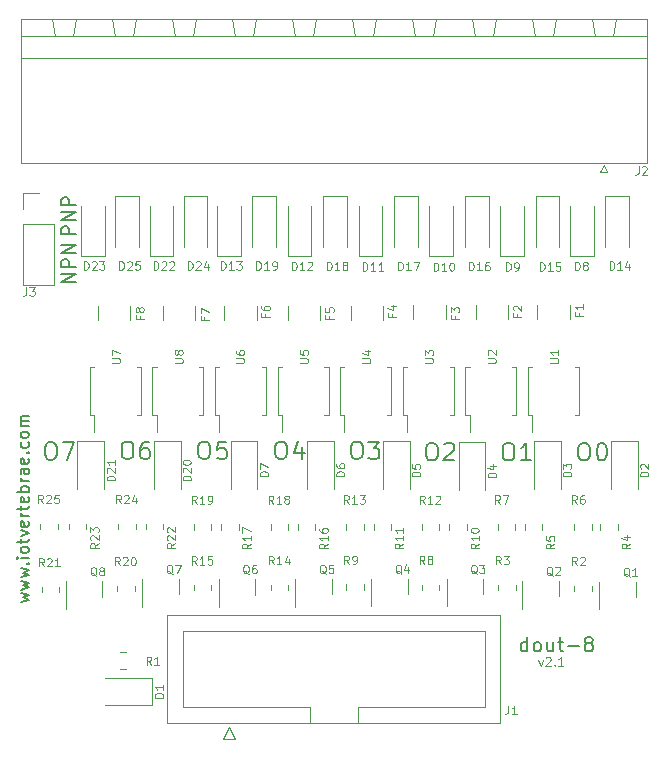
<source format=gbr>
%TF.GenerationSoftware,KiCad,Pcbnew,6.0.11+dfsg-1~bpo11+1*%
%TF.CreationDate,2023-07-05T16:24:21+02:00*%
%TF.ProjectId,dout8rib21,646f7574-3872-4696-9232-312e6b696361,1.1*%
%TF.SameCoordinates,Original*%
%TF.FileFunction,Legend,Top*%
%TF.FilePolarity,Positive*%
%FSLAX46Y46*%
G04 Gerber Fmt 4.6, Leading zero omitted, Abs format (unit mm)*
G04 Created by KiCad (PCBNEW 6.0.11+dfsg-1~bpo11+1) date 2023-07-05 16:24:21*
%MOMM*%
%LPD*%
G01*
G04 APERTURE LIST*
%ADD10C,0.150000*%
%ADD11C,0.200000*%
%ADD12C,0.100000*%
%ADD13C,0.120000*%
G04 APERTURE END LIST*
D10*
X126485714Y-110054761D02*
X127152380Y-109864285D01*
X126676190Y-109673809D01*
X127152380Y-109483333D01*
X126485714Y-109292857D01*
X126485714Y-109007142D02*
X127152380Y-108816666D01*
X126676190Y-108626190D01*
X127152380Y-108435714D01*
X126485714Y-108245238D01*
X126485714Y-107959523D02*
X127152380Y-107769047D01*
X126676190Y-107578571D01*
X127152380Y-107388095D01*
X126485714Y-107197619D01*
X127057142Y-106816666D02*
X127104761Y-106769047D01*
X127152380Y-106816666D01*
X127104761Y-106864285D01*
X127057142Y-106816666D01*
X127152380Y-106816666D01*
X127152380Y-106340476D02*
X126485714Y-106340476D01*
X126152380Y-106340476D02*
X126200000Y-106388095D01*
X126247619Y-106340476D01*
X126200000Y-106292857D01*
X126152380Y-106340476D01*
X126247619Y-106340476D01*
X127152380Y-105721428D02*
X127104761Y-105816666D01*
X127057142Y-105864285D01*
X126961904Y-105911904D01*
X126676190Y-105911904D01*
X126580952Y-105864285D01*
X126533333Y-105816666D01*
X126485714Y-105721428D01*
X126485714Y-105578571D01*
X126533333Y-105483333D01*
X126580952Y-105435714D01*
X126676190Y-105388095D01*
X126961904Y-105388095D01*
X127057142Y-105435714D01*
X127104761Y-105483333D01*
X127152380Y-105578571D01*
X127152380Y-105721428D01*
X126485714Y-105102380D02*
X126485714Y-104721428D01*
X126152380Y-104959523D02*
X127009523Y-104959523D01*
X127104761Y-104911904D01*
X127152380Y-104816666D01*
X127152380Y-104721428D01*
X126485714Y-104483333D02*
X127152380Y-104245238D01*
X126485714Y-104007142D01*
X127104761Y-103245238D02*
X127152380Y-103340476D01*
X127152380Y-103530952D01*
X127104761Y-103626190D01*
X127009523Y-103673809D01*
X126628571Y-103673809D01*
X126533333Y-103626190D01*
X126485714Y-103530952D01*
X126485714Y-103340476D01*
X126533333Y-103245238D01*
X126628571Y-103197619D01*
X126723809Y-103197619D01*
X126819047Y-103673809D01*
X127152380Y-102769047D02*
X126485714Y-102769047D01*
X126676190Y-102769047D02*
X126580952Y-102721428D01*
X126533333Y-102673809D01*
X126485714Y-102578571D01*
X126485714Y-102483333D01*
X126485714Y-102292857D02*
X126485714Y-101911904D01*
X126152380Y-102150000D02*
X127009523Y-102150000D01*
X127104761Y-102102380D01*
X127152380Y-102007142D01*
X127152380Y-101911904D01*
X127104761Y-101197619D02*
X127152380Y-101292857D01*
X127152380Y-101483333D01*
X127104761Y-101578571D01*
X127009523Y-101626190D01*
X126628571Y-101626190D01*
X126533333Y-101578571D01*
X126485714Y-101483333D01*
X126485714Y-101292857D01*
X126533333Y-101197619D01*
X126628571Y-101150000D01*
X126723809Y-101150000D01*
X126819047Y-101626190D01*
X127152380Y-100721428D02*
X126152380Y-100721428D01*
X126533333Y-100721428D02*
X126485714Y-100626190D01*
X126485714Y-100435714D01*
X126533333Y-100340476D01*
X126580952Y-100292857D01*
X126676190Y-100245238D01*
X126961904Y-100245238D01*
X127057142Y-100292857D01*
X127104761Y-100340476D01*
X127152380Y-100435714D01*
X127152380Y-100626190D01*
X127104761Y-100721428D01*
X127152380Y-99816666D02*
X126485714Y-99816666D01*
X126676190Y-99816666D02*
X126580952Y-99769047D01*
X126533333Y-99721428D01*
X126485714Y-99626190D01*
X126485714Y-99530952D01*
X127152380Y-98769047D02*
X126628571Y-98769047D01*
X126533333Y-98816666D01*
X126485714Y-98911904D01*
X126485714Y-99102380D01*
X126533333Y-99197619D01*
X127104761Y-98769047D02*
X127152380Y-98864285D01*
X127152380Y-99102380D01*
X127104761Y-99197619D01*
X127009523Y-99245238D01*
X126914285Y-99245238D01*
X126819047Y-99197619D01*
X126771428Y-99102380D01*
X126771428Y-98864285D01*
X126723809Y-98769047D01*
X127104761Y-97911904D02*
X127152380Y-98007142D01*
X127152380Y-98197619D01*
X127104761Y-98292857D01*
X127009523Y-98340476D01*
X126628571Y-98340476D01*
X126533333Y-98292857D01*
X126485714Y-98197619D01*
X126485714Y-98007142D01*
X126533333Y-97911904D01*
X126628571Y-97864285D01*
X126723809Y-97864285D01*
X126819047Y-98340476D01*
X127057142Y-97435714D02*
X127104761Y-97388095D01*
X127152380Y-97435714D01*
X127104761Y-97483333D01*
X127057142Y-97435714D01*
X127152380Y-97435714D01*
X127104761Y-96530952D02*
X127152380Y-96626190D01*
X127152380Y-96816666D01*
X127104761Y-96911904D01*
X127057142Y-96959523D01*
X126961904Y-97007142D01*
X126676190Y-97007142D01*
X126580952Y-96959523D01*
X126533333Y-96911904D01*
X126485714Y-96816666D01*
X126485714Y-96626190D01*
X126533333Y-96530952D01*
X127152380Y-95959523D02*
X127104761Y-96054761D01*
X127057142Y-96102380D01*
X126961904Y-96150000D01*
X126676190Y-96150000D01*
X126580952Y-96102380D01*
X126533333Y-96054761D01*
X126485714Y-95959523D01*
X126485714Y-95816666D01*
X126533333Y-95721428D01*
X126580952Y-95673809D01*
X126676190Y-95626190D01*
X126961904Y-95626190D01*
X127057142Y-95673809D01*
X127104761Y-95721428D01*
X127152380Y-95816666D01*
X127152380Y-95959523D01*
X127152380Y-95197619D02*
X126485714Y-95197619D01*
X126580952Y-95197619D02*
X126533333Y-95150000D01*
X126485714Y-95054761D01*
X126485714Y-94911904D01*
X126533333Y-94816666D01*
X126628571Y-94769047D01*
X127152380Y-94769047D01*
X126628571Y-94769047D02*
X126533333Y-94721428D01*
X126485714Y-94626190D01*
X126485714Y-94483333D01*
X126533333Y-94388095D01*
X126628571Y-94340476D01*
X127152380Y-94340476D01*
D11*
X148392857Y-96478571D02*
X148678571Y-96478571D01*
X148821428Y-96550000D01*
X148964285Y-96692857D01*
X149035714Y-96978571D01*
X149035714Y-97478571D01*
X148964285Y-97764285D01*
X148821428Y-97907142D01*
X148678571Y-97978571D01*
X148392857Y-97978571D01*
X148250000Y-97907142D01*
X148107142Y-97764285D01*
X148035714Y-97478571D01*
X148035714Y-96978571D01*
X148107142Y-96692857D01*
X148250000Y-96550000D01*
X148392857Y-96478571D01*
X150321428Y-96978571D02*
X150321428Y-97978571D01*
X149964285Y-96407142D02*
X149607142Y-97478571D01*
X150535714Y-97478571D01*
X154792857Y-96478571D02*
X155078571Y-96478571D01*
X155221428Y-96550000D01*
X155364285Y-96692857D01*
X155435714Y-96978571D01*
X155435714Y-97478571D01*
X155364285Y-97764285D01*
X155221428Y-97907142D01*
X155078571Y-97978571D01*
X154792857Y-97978571D01*
X154650000Y-97907142D01*
X154507142Y-97764285D01*
X154435714Y-97478571D01*
X154435714Y-96978571D01*
X154507142Y-96692857D01*
X154650000Y-96550000D01*
X154792857Y-96478571D01*
X155935714Y-96478571D02*
X156864285Y-96478571D01*
X156364285Y-97050000D01*
X156578571Y-97050000D01*
X156721428Y-97121428D01*
X156792857Y-97192857D01*
X156864285Y-97335714D01*
X156864285Y-97692857D01*
X156792857Y-97835714D01*
X156721428Y-97907142D01*
X156578571Y-97978571D01*
X156150000Y-97978571D01*
X156007142Y-97907142D01*
X155935714Y-97835714D01*
D12*
X170328571Y-114959285D02*
X170507142Y-115459285D01*
X170685714Y-114959285D01*
X170935714Y-114780714D02*
X170971428Y-114745000D01*
X171042857Y-114709285D01*
X171221428Y-114709285D01*
X171292857Y-114745000D01*
X171328571Y-114780714D01*
X171364285Y-114852142D01*
X171364285Y-114923571D01*
X171328571Y-115030714D01*
X170900000Y-115459285D01*
X171364285Y-115459285D01*
X171685714Y-115387857D02*
X171721428Y-115423571D01*
X171685714Y-115459285D01*
X171650000Y-115423571D01*
X171685714Y-115387857D01*
X171685714Y-115459285D01*
X172435714Y-115459285D02*
X172007142Y-115459285D01*
X172221428Y-115459285D02*
X172221428Y-114709285D01*
X172150000Y-114816428D01*
X172078571Y-114887857D01*
X172007142Y-114923571D01*
D11*
X174042857Y-96578571D02*
X174328571Y-96578571D01*
X174471428Y-96650000D01*
X174614285Y-96792857D01*
X174685714Y-97078571D01*
X174685714Y-97578571D01*
X174614285Y-97864285D01*
X174471428Y-98007142D01*
X174328571Y-98078571D01*
X174042857Y-98078571D01*
X173900000Y-98007142D01*
X173757142Y-97864285D01*
X173685714Y-97578571D01*
X173685714Y-97078571D01*
X173757142Y-96792857D01*
X173900000Y-96650000D01*
X174042857Y-96578571D01*
X175614285Y-96578571D02*
X175757142Y-96578571D01*
X175900000Y-96650000D01*
X175971428Y-96721428D01*
X176042857Y-96864285D01*
X176114285Y-97150000D01*
X176114285Y-97507142D01*
X176042857Y-97792857D01*
X175971428Y-97935714D01*
X175900000Y-98007142D01*
X175757142Y-98078571D01*
X175614285Y-98078571D01*
X175471428Y-98007142D01*
X175400000Y-97935714D01*
X175328571Y-97792857D01*
X175257142Y-97507142D01*
X175257142Y-97150000D01*
X175328571Y-96864285D01*
X175400000Y-96721428D01*
X175471428Y-96650000D01*
X175614285Y-96578571D01*
X161142857Y-96578571D02*
X161428571Y-96578571D01*
X161571428Y-96650000D01*
X161714285Y-96792857D01*
X161785714Y-97078571D01*
X161785714Y-97578571D01*
X161714285Y-97864285D01*
X161571428Y-98007142D01*
X161428571Y-98078571D01*
X161142857Y-98078571D01*
X161000000Y-98007142D01*
X160857142Y-97864285D01*
X160785714Y-97578571D01*
X160785714Y-97078571D01*
X160857142Y-96792857D01*
X161000000Y-96650000D01*
X161142857Y-96578571D01*
X162357142Y-96721428D02*
X162428571Y-96650000D01*
X162571428Y-96578571D01*
X162928571Y-96578571D01*
X163071428Y-96650000D01*
X163142857Y-96721428D01*
X163214285Y-96864285D01*
X163214285Y-97007142D01*
X163142857Y-97221428D01*
X162285714Y-98078571D01*
X163214285Y-98078571D01*
X169394285Y-114232857D02*
X169394285Y-113032857D01*
X169394285Y-114175714D02*
X169280000Y-114232857D01*
X169051428Y-114232857D01*
X168937142Y-114175714D01*
X168880000Y-114118571D01*
X168822857Y-114004285D01*
X168822857Y-113661428D01*
X168880000Y-113547142D01*
X168937142Y-113490000D01*
X169051428Y-113432857D01*
X169280000Y-113432857D01*
X169394285Y-113490000D01*
X170137142Y-114232857D02*
X170022857Y-114175714D01*
X169965714Y-114118571D01*
X169908571Y-114004285D01*
X169908571Y-113661428D01*
X169965714Y-113547142D01*
X170022857Y-113490000D01*
X170137142Y-113432857D01*
X170308571Y-113432857D01*
X170422857Y-113490000D01*
X170480000Y-113547142D01*
X170537142Y-113661428D01*
X170537142Y-114004285D01*
X170480000Y-114118571D01*
X170422857Y-114175714D01*
X170308571Y-114232857D01*
X170137142Y-114232857D01*
X171565714Y-113432857D02*
X171565714Y-114232857D01*
X171051428Y-113432857D02*
X171051428Y-114061428D01*
X171108571Y-114175714D01*
X171222857Y-114232857D01*
X171394285Y-114232857D01*
X171508571Y-114175714D01*
X171565714Y-114118571D01*
X171965714Y-113432857D02*
X172422857Y-113432857D01*
X172137142Y-113032857D02*
X172137142Y-114061428D01*
X172194285Y-114175714D01*
X172308571Y-114232857D01*
X172422857Y-114232857D01*
X172822857Y-113775714D02*
X173737142Y-113775714D01*
X174480000Y-113547142D02*
X174365714Y-113490000D01*
X174308571Y-113432857D01*
X174251428Y-113318571D01*
X174251428Y-113261428D01*
X174308571Y-113147142D01*
X174365714Y-113090000D01*
X174480000Y-113032857D01*
X174708571Y-113032857D01*
X174822857Y-113090000D01*
X174880000Y-113147142D01*
X174937142Y-113261428D01*
X174937142Y-113318571D01*
X174880000Y-113432857D01*
X174822857Y-113490000D01*
X174708571Y-113547142D01*
X174480000Y-113547142D01*
X174365714Y-113604285D01*
X174308571Y-113661428D01*
X174251428Y-113775714D01*
X174251428Y-114004285D01*
X174308571Y-114118571D01*
X174365714Y-114175714D01*
X174480000Y-114232857D01*
X174708571Y-114232857D01*
X174822857Y-114175714D01*
X174880000Y-114118571D01*
X174937142Y-114004285D01*
X174937142Y-113775714D01*
X174880000Y-113661428D01*
X174822857Y-113604285D01*
X174708571Y-113547142D01*
X131142857Y-82971428D02*
X129942857Y-82971428D01*
X131142857Y-82285714D01*
X129942857Y-82285714D01*
X131142857Y-81714285D02*
X129942857Y-81714285D01*
X129942857Y-81257142D01*
X130000000Y-81142857D01*
X130057142Y-81085714D01*
X130171428Y-81028571D01*
X130342857Y-81028571D01*
X130457142Y-81085714D01*
X130514285Y-81142857D01*
X130571428Y-81257142D01*
X130571428Y-81714285D01*
X131142857Y-80514285D02*
X129942857Y-80514285D01*
X131142857Y-79828571D01*
X129942857Y-79828571D01*
X128892857Y-96528571D02*
X129178571Y-96528571D01*
X129321428Y-96600000D01*
X129464285Y-96742857D01*
X129535714Y-97028571D01*
X129535714Y-97528571D01*
X129464285Y-97814285D01*
X129321428Y-97957142D01*
X129178571Y-98028571D01*
X128892857Y-98028571D01*
X128750000Y-97957142D01*
X128607142Y-97814285D01*
X128535714Y-97528571D01*
X128535714Y-97028571D01*
X128607142Y-96742857D01*
X128750000Y-96600000D01*
X128892857Y-96528571D01*
X130035714Y-96528571D02*
X131035714Y-96528571D01*
X130392857Y-98028571D01*
X167642857Y-96578571D02*
X167928571Y-96578571D01*
X168071428Y-96650000D01*
X168214285Y-96792857D01*
X168285714Y-97078571D01*
X168285714Y-97578571D01*
X168214285Y-97864285D01*
X168071428Y-98007142D01*
X167928571Y-98078571D01*
X167642857Y-98078571D01*
X167500000Y-98007142D01*
X167357142Y-97864285D01*
X167285714Y-97578571D01*
X167285714Y-97078571D01*
X167357142Y-96792857D01*
X167500000Y-96650000D01*
X167642857Y-96578571D01*
X169714285Y-98078571D02*
X168857142Y-98078571D01*
X169285714Y-98078571D02*
X169285714Y-96578571D01*
X169142857Y-96792857D01*
X169000000Y-96935714D01*
X168857142Y-97007142D01*
X131142857Y-78942857D02*
X129942857Y-78942857D01*
X129942857Y-78485714D01*
X130000000Y-78371428D01*
X130057142Y-78314285D01*
X130171428Y-78257142D01*
X130342857Y-78257142D01*
X130457142Y-78314285D01*
X130514285Y-78371428D01*
X130571428Y-78485714D01*
X130571428Y-78942857D01*
X131142857Y-77742857D02*
X129942857Y-77742857D01*
X131142857Y-77057142D01*
X129942857Y-77057142D01*
X131142857Y-76485714D02*
X129942857Y-76485714D01*
X129942857Y-76028571D01*
X130000000Y-75914285D01*
X130057142Y-75857142D01*
X130171428Y-75800000D01*
X130342857Y-75800000D01*
X130457142Y-75857142D01*
X130514285Y-75914285D01*
X130571428Y-76028571D01*
X130571428Y-76485714D01*
X135392857Y-96478571D02*
X135678571Y-96478571D01*
X135821428Y-96550000D01*
X135964285Y-96692857D01*
X136035714Y-96978571D01*
X136035714Y-97478571D01*
X135964285Y-97764285D01*
X135821428Y-97907142D01*
X135678571Y-97978571D01*
X135392857Y-97978571D01*
X135250000Y-97907142D01*
X135107142Y-97764285D01*
X135035714Y-97478571D01*
X135035714Y-96978571D01*
X135107142Y-96692857D01*
X135250000Y-96550000D01*
X135392857Y-96478571D01*
X137321428Y-96478571D02*
X137035714Y-96478571D01*
X136892857Y-96550000D01*
X136821428Y-96621428D01*
X136678571Y-96835714D01*
X136607142Y-97121428D01*
X136607142Y-97692857D01*
X136678571Y-97835714D01*
X136750000Y-97907142D01*
X136892857Y-97978571D01*
X137178571Y-97978571D01*
X137321428Y-97907142D01*
X137392857Y-97835714D01*
X137464285Y-97692857D01*
X137464285Y-97335714D01*
X137392857Y-97192857D01*
X137321428Y-97121428D01*
X137178571Y-97050000D01*
X136892857Y-97050000D01*
X136750000Y-97121428D01*
X136678571Y-97192857D01*
X136607142Y-97335714D01*
X141892857Y-96478571D02*
X142178571Y-96478571D01*
X142321428Y-96550000D01*
X142464285Y-96692857D01*
X142535714Y-96978571D01*
X142535714Y-97478571D01*
X142464285Y-97764285D01*
X142321428Y-97907142D01*
X142178571Y-97978571D01*
X141892857Y-97978571D01*
X141750000Y-97907142D01*
X141607142Y-97764285D01*
X141535714Y-97478571D01*
X141535714Y-96978571D01*
X141607142Y-96692857D01*
X141750000Y-96550000D01*
X141892857Y-96478571D01*
X143892857Y-96478571D02*
X143178571Y-96478571D01*
X143107142Y-97192857D01*
X143178571Y-97121428D01*
X143321428Y-97050000D01*
X143678571Y-97050000D01*
X143821428Y-97121428D01*
X143892857Y-97192857D01*
X143964285Y-97335714D01*
X143964285Y-97692857D01*
X143892857Y-97835714D01*
X143821428Y-97907142D01*
X143678571Y-97978571D01*
X143321428Y-97978571D01*
X143178571Y-97907142D01*
X143107142Y-97835714D01*
D13*
%TO.C,U6*%
X144716666Y-89833333D02*
X145283333Y-89833333D01*
X145350000Y-89800000D01*
X145383333Y-89766666D01*
X145416666Y-89700000D01*
X145416666Y-89566666D01*
X145383333Y-89500000D01*
X145350000Y-89466666D01*
X145283333Y-89433333D01*
X144716666Y-89433333D01*
X144716666Y-88800000D02*
X144716666Y-88933333D01*
X144750000Y-89000000D01*
X144783333Y-89033333D01*
X144883333Y-89100000D01*
X145016666Y-89133333D01*
X145283333Y-89133333D01*
X145350000Y-89100000D01*
X145383333Y-89066666D01*
X145416666Y-89000000D01*
X145416666Y-88866666D01*
X145383333Y-88800000D01*
X145350000Y-88766666D01*
X145283333Y-88733333D01*
X145116666Y-88733333D01*
X145050000Y-88766666D01*
X145016666Y-88800000D01*
X144983333Y-88866666D01*
X144983333Y-89000000D01*
X145016666Y-89066666D01*
X145050000Y-89100000D01*
X145116666Y-89133333D01*
%TO.C,D23*%
X131850000Y-81916666D02*
X131850000Y-81216666D01*
X132016666Y-81216666D01*
X132116666Y-81250000D01*
X132183333Y-81316666D01*
X132216666Y-81383333D01*
X132250000Y-81516666D01*
X132250000Y-81616666D01*
X132216666Y-81750000D01*
X132183333Y-81816666D01*
X132116666Y-81883333D01*
X132016666Y-81916666D01*
X131850000Y-81916666D01*
X132516666Y-81283333D02*
X132550000Y-81250000D01*
X132616666Y-81216666D01*
X132783333Y-81216666D01*
X132850000Y-81250000D01*
X132883333Y-81283333D01*
X132916666Y-81350000D01*
X132916666Y-81416666D01*
X132883333Y-81516666D01*
X132483333Y-81916666D01*
X132916666Y-81916666D01*
X133150000Y-81216666D02*
X133583333Y-81216666D01*
X133350000Y-81483333D01*
X133450000Y-81483333D01*
X133516666Y-81516666D01*
X133550000Y-81550000D01*
X133583333Y-81616666D01*
X133583333Y-81783333D01*
X133550000Y-81850000D01*
X133516666Y-81883333D01*
X133450000Y-81916666D01*
X133250000Y-81916666D01*
X133183333Y-81883333D01*
X133150000Y-81850000D01*
%TO.C,Q4*%
X158723333Y-107653333D02*
X158656666Y-107620000D01*
X158590000Y-107553333D01*
X158490000Y-107453333D01*
X158423333Y-107420000D01*
X158356666Y-107420000D01*
X158390000Y-107586666D02*
X158323333Y-107553333D01*
X158256666Y-107486666D01*
X158223333Y-107353333D01*
X158223333Y-107120000D01*
X158256666Y-106986666D01*
X158323333Y-106920000D01*
X158390000Y-106886666D01*
X158523333Y-106886666D01*
X158590000Y-106920000D01*
X158656666Y-106986666D01*
X158690000Y-107120000D01*
X158690000Y-107353333D01*
X158656666Y-107486666D01*
X158590000Y-107553333D01*
X158523333Y-107586666D01*
X158390000Y-107586666D01*
X159290000Y-107120000D02*
X159290000Y-107586666D01*
X159123333Y-106853333D02*
X158956666Y-107353333D01*
X159390000Y-107353333D01*
%TO.C,Q7*%
X139353333Y-107683333D02*
X139286666Y-107650000D01*
X139220000Y-107583333D01*
X139120000Y-107483333D01*
X139053333Y-107450000D01*
X138986666Y-107450000D01*
X139020000Y-107616666D02*
X138953333Y-107583333D01*
X138886666Y-107516666D01*
X138853333Y-107383333D01*
X138853333Y-107150000D01*
X138886666Y-107016666D01*
X138953333Y-106950000D01*
X139020000Y-106916666D01*
X139153333Y-106916666D01*
X139220000Y-106950000D01*
X139286666Y-107016666D01*
X139320000Y-107150000D01*
X139320000Y-107383333D01*
X139286666Y-107516666D01*
X139220000Y-107583333D01*
X139153333Y-107616666D01*
X139020000Y-107616666D01*
X139553333Y-106916666D02*
X140020000Y-106916666D01*
X139720000Y-107616666D01*
%TO.C,F8*%
X136550000Y-85833333D02*
X136550000Y-86066666D01*
X136916666Y-86066666D02*
X136216666Y-86066666D01*
X136216666Y-85733333D01*
X136516666Y-85366666D02*
X136483333Y-85433333D01*
X136450000Y-85466666D01*
X136383333Y-85500000D01*
X136350000Y-85500000D01*
X136283333Y-85466666D01*
X136250000Y-85433333D01*
X136216666Y-85366666D01*
X136216666Y-85233333D01*
X136250000Y-85166666D01*
X136283333Y-85133333D01*
X136350000Y-85100000D01*
X136383333Y-85100000D01*
X136450000Y-85133333D01*
X136483333Y-85166666D01*
X136516666Y-85233333D01*
X136516666Y-85366666D01*
X136550000Y-85433333D01*
X136583333Y-85466666D01*
X136650000Y-85500000D01*
X136783333Y-85500000D01*
X136850000Y-85466666D01*
X136883333Y-85433333D01*
X136916666Y-85366666D01*
X136916666Y-85233333D01*
X136883333Y-85166666D01*
X136850000Y-85133333D01*
X136783333Y-85100000D01*
X136650000Y-85100000D01*
X136583333Y-85133333D01*
X136550000Y-85166666D01*
X136516666Y-85233333D01*
%TO.C,D21*%
X134456666Y-99770000D02*
X133756666Y-99770000D01*
X133756666Y-99603333D01*
X133790000Y-99503333D01*
X133856666Y-99436666D01*
X133923333Y-99403333D01*
X134056666Y-99370000D01*
X134156666Y-99370000D01*
X134290000Y-99403333D01*
X134356666Y-99436666D01*
X134423333Y-99503333D01*
X134456666Y-99603333D01*
X134456666Y-99770000D01*
X133823333Y-99103333D02*
X133790000Y-99070000D01*
X133756666Y-99003333D01*
X133756666Y-98836666D01*
X133790000Y-98770000D01*
X133823333Y-98736666D01*
X133890000Y-98703333D01*
X133956666Y-98703333D01*
X134056666Y-98736666D01*
X134456666Y-99136666D01*
X134456666Y-98703333D01*
X134456666Y-98036666D02*
X134456666Y-98436666D01*
X134456666Y-98236666D02*
X133756666Y-98236666D01*
X133856666Y-98303333D01*
X133923333Y-98370000D01*
X133956666Y-98436666D01*
%TO.C,F7*%
X142050000Y-85933333D02*
X142050000Y-86166666D01*
X142416666Y-86166666D02*
X141716666Y-86166666D01*
X141716666Y-85833333D01*
X141716666Y-85633333D02*
X141716666Y-85166666D01*
X142416666Y-85466666D01*
%TO.C,Q1*%
X178043333Y-107913333D02*
X177976666Y-107880000D01*
X177910000Y-107813333D01*
X177810000Y-107713333D01*
X177743333Y-107680000D01*
X177676666Y-107680000D01*
X177710000Y-107846666D02*
X177643333Y-107813333D01*
X177576666Y-107746666D01*
X177543333Y-107613333D01*
X177543333Y-107380000D01*
X177576666Y-107246666D01*
X177643333Y-107180000D01*
X177710000Y-107146666D01*
X177843333Y-107146666D01*
X177910000Y-107180000D01*
X177976666Y-107246666D01*
X178010000Y-107380000D01*
X178010000Y-107613333D01*
X177976666Y-107746666D01*
X177910000Y-107813333D01*
X177843333Y-107846666D01*
X177710000Y-107846666D01*
X178676666Y-107846666D02*
X178276666Y-107846666D01*
X178476666Y-107846666D02*
X178476666Y-107146666D01*
X178410000Y-107246666D01*
X178343333Y-107313333D01*
X178276666Y-107346666D01*
%TO.C,R15*%
X141380000Y-106886666D02*
X141146666Y-106553333D01*
X140980000Y-106886666D02*
X140980000Y-106186666D01*
X141246666Y-106186666D01*
X141313333Y-106220000D01*
X141346666Y-106253333D01*
X141380000Y-106320000D01*
X141380000Y-106420000D01*
X141346666Y-106486666D01*
X141313333Y-106520000D01*
X141246666Y-106553333D01*
X140980000Y-106553333D01*
X142046666Y-106886666D02*
X141646666Y-106886666D01*
X141846666Y-106886666D02*
X141846666Y-106186666D01*
X141780000Y-106286666D01*
X141713333Y-106353333D01*
X141646666Y-106386666D01*
X142680000Y-106186666D02*
X142346666Y-106186666D01*
X142313333Y-106520000D01*
X142346666Y-106486666D01*
X142413333Y-106453333D01*
X142580000Y-106453333D01*
X142646666Y-106486666D01*
X142680000Y-106520000D01*
X142713333Y-106586666D01*
X142713333Y-106753333D01*
X142680000Y-106820000D01*
X142646666Y-106853333D01*
X142580000Y-106886666D01*
X142413333Y-106886666D01*
X142346666Y-106853333D01*
X142313333Y-106820000D01*
%TO.C,D18*%
X152410000Y-81946666D02*
X152410000Y-81246666D01*
X152576666Y-81246666D01*
X152676666Y-81280000D01*
X152743333Y-81346666D01*
X152776666Y-81413333D01*
X152810000Y-81546666D01*
X152810000Y-81646666D01*
X152776666Y-81780000D01*
X152743333Y-81846666D01*
X152676666Y-81913333D01*
X152576666Y-81946666D01*
X152410000Y-81946666D01*
X153476666Y-81946666D02*
X153076666Y-81946666D01*
X153276666Y-81946666D02*
X153276666Y-81246666D01*
X153210000Y-81346666D01*
X153143333Y-81413333D01*
X153076666Y-81446666D01*
X153876666Y-81546666D02*
X153810000Y-81513333D01*
X153776666Y-81480000D01*
X153743333Y-81413333D01*
X153743333Y-81380000D01*
X153776666Y-81313333D01*
X153810000Y-81280000D01*
X153876666Y-81246666D01*
X154010000Y-81246666D01*
X154076666Y-81280000D01*
X154110000Y-81313333D01*
X154143333Y-81380000D01*
X154143333Y-81413333D01*
X154110000Y-81480000D01*
X154076666Y-81513333D01*
X154010000Y-81546666D01*
X153876666Y-81546666D01*
X153810000Y-81580000D01*
X153776666Y-81613333D01*
X153743333Y-81680000D01*
X153743333Y-81813333D01*
X153776666Y-81880000D01*
X153810000Y-81913333D01*
X153876666Y-81946666D01*
X154010000Y-81946666D01*
X154076666Y-81913333D01*
X154110000Y-81880000D01*
X154143333Y-81813333D01*
X154143333Y-81680000D01*
X154110000Y-81613333D01*
X154076666Y-81580000D01*
X154010000Y-81546666D01*
%TO.C,D4*%
X166726666Y-99506666D02*
X166026666Y-99506666D01*
X166026666Y-99340000D01*
X166060000Y-99240000D01*
X166126666Y-99173333D01*
X166193333Y-99140000D01*
X166326666Y-99106666D01*
X166426666Y-99106666D01*
X166560000Y-99140000D01*
X166626666Y-99173333D01*
X166693333Y-99240000D01*
X166726666Y-99340000D01*
X166726666Y-99506666D01*
X166260000Y-98506666D02*
X166726666Y-98506666D01*
X165993333Y-98673333D02*
X166493333Y-98840000D01*
X166493333Y-98406666D01*
%TO.C,R20*%
X134880000Y-106956666D02*
X134646666Y-106623333D01*
X134480000Y-106956666D02*
X134480000Y-106256666D01*
X134746666Y-106256666D01*
X134813333Y-106290000D01*
X134846666Y-106323333D01*
X134880000Y-106390000D01*
X134880000Y-106490000D01*
X134846666Y-106556666D01*
X134813333Y-106590000D01*
X134746666Y-106623333D01*
X134480000Y-106623333D01*
X135146666Y-106323333D02*
X135180000Y-106290000D01*
X135246666Y-106256666D01*
X135413333Y-106256666D01*
X135480000Y-106290000D01*
X135513333Y-106323333D01*
X135546666Y-106390000D01*
X135546666Y-106456666D01*
X135513333Y-106556666D01*
X135113333Y-106956666D01*
X135546666Y-106956666D01*
X135980000Y-106256666D02*
X136046666Y-106256666D01*
X136113333Y-106290000D01*
X136146666Y-106323333D01*
X136180000Y-106390000D01*
X136213333Y-106523333D01*
X136213333Y-106690000D01*
X136180000Y-106823333D01*
X136146666Y-106890000D01*
X136113333Y-106923333D01*
X136046666Y-106956666D01*
X135980000Y-106956666D01*
X135913333Y-106923333D01*
X135880000Y-106890000D01*
X135846666Y-106823333D01*
X135813333Y-106690000D01*
X135813333Y-106523333D01*
X135846666Y-106390000D01*
X135880000Y-106323333D01*
X135913333Y-106290000D01*
X135980000Y-106256666D01*
%TO.C,R6*%
X173583333Y-101736666D02*
X173350000Y-101403333D01*
X173183333Y-101736666D02*
X173183333Y-101036666D01*
X173450000Y-101036666D01*
X173516666Y-101070000D01*
X173550000Y-101103333D01*
X173583333Y-101170000D01*
X173583333Y-101270000D01*
X173550000Y-101336666D01*
X173516666Y-101370000D01*
X173450000Y-101403333D01*
X173183333Y-101403333D01*
X174183333Y-101036666D02*
X174050000Y-101036666D01*
X173983333Y-101070000D01*
X173950000Y-101103333D01*
X173883333Y-101203333D01*
X173850000Y-101336666D01*
X173850000Y-101603333D01*
X173883333Y-101670000D01*
X173916666Y-101703333D01*
X173983333Y-101736666D01*
X174116666Y-101736666D01*
X174183333Y-101703333D01*
X174216666Y-101670000D01*
X174250000Y-101603333D01*
X174250000Y-101436666D01*
X174216666Y-101370000D01*
X174183333Y-101336666D01*
X174116666Y-101303333D01*
X173983333Y-101303333D01*
X173916666Y-101336666D01*
X173883333Y-101370000D01*
X173850000Y-101436666D01*
%TO.C,R12*%
X160680000Y-101746666D02*
X160446666Y-101413333D01*
X160280000Y-101746666D02*
X160280000Y-101046666D01*
X160546666Y-101046666D01*
X160613333Y-101080000D01*
X160646666Y-101113333D01*
X160680000Y-101180000D01*
X160680000Y-101280000D01*
X160646666Y-101346666D01*
X160613333Y-101380000D01*
X160546666Y-101413333D01*
X160280000Y-101413333D01*
X161346666Y-101746666D02*
X160946666Y-101746666D01*
X161146666Y-101746666D02*
X161146666Y-101046666D01*
X161080000Y-101146666D01*
X161013333Y-101213333D01*
X160946666Y-101246666D01*
X161613333Y-101113333D02*
X161646666Y-101080000D01*
X161713333Y-101046666D01*
X161880000Y-101046666D01*
X161946666Y-101080000D01*
X161980000Y-101113333D01*
X162013333Y-101180000D01*
X162013333Y-101246666D01*
X161980000Y-101346666D01*
X161580000Y-101746666D01*
X162013333Y-101746666D01*
%TO.C,D16*%
X164450000Y-81976666D02*
X164450000Y-81276666D01*
X164616666Y-81276666D01*
X164716666Y-81310000D01*
X164783333Y-81376666D01*
X164816666Y-81443333D01*
X164850000Y-81576666D01*
X164850000Y-81676666D01*
X164816666Y-81810000D01*
X164783333Y-81876666D01*
X164716666Y-81943333D01*
X164616666Y-81976666D01*
X164450000Y-81976666D01*
X165516666Y-81976666D02*
X165116666Y-81976666D01*
X165316666Y-81976666D02*
X165316666Y-81276666D01*
X165250000Y-81376666D01*
X165183333Y-81443333D01*
X165116666Y-81476666D01*
X166116666Y-81276666D02*
X165983333Y-81276666D01*
X165916666Y-81310000D01*
X165883333Y-81343333D01*
X165816666Y-81443333D01*
X165783333Y-81576666D01*
X165783333Y-81843333D01*
X165816666Y-81910000D01*
X165850000Y-81943333D01*
X165916666Y-81976666D01*
X166050000Y-81976666D01*
X166116666Y-81943333D01*
X166150000Y-81910000D01*
X166183333Y-81843333D01*
X166183333Y-81676666D01*
X166150000Y-81610000D01*
X166116666Y-81576666D01*
X166050000Y-81543333D01*
X165916666Y-81543333D01*
X165850000Y-81576666D01*
X165816666Y-81610000D01*
X165783333Y-81676666D01*
%TO.C,D17*%
X158450000Y-81976666D02*
X158450000Y-81276666D01*
X158616666Y-81276666D01*
X158716666Y-81310000D01*
X158783333Y-81376666D01*
X158816666Y-81443333D01*
X158850000Y-81576666D01*
X158850000Y-81676666D01*
X158816666Y-81810000D01*
X158783333Y-81876666D01*
X158716666Y-81943333D01*
X158616666Y-81976666D01*
X158450000Y-81976666D01*
X159516666Y-81976666D02*
X159116666Y-81976666D01*
X159316666Y-81976666D02*
X159316666Y-81276666D01*
X159250000Y-81376666D01*
X159183333Y-81443333D01*
X159116666Y-81476666D01*
X159750000Y-81276666D02*
X160216666Y-81276666D01*
X159916666Y-81976666D01*
%TO.C,Q2*%
X171523333Y-107833333D02*
X171456666Y-107800000D01*
X171390000Y-107733333D01*
X171290000Y-107633333D01*
X171223333Y-107600000D01*
X171156666Y-107600000D01*
X171190000Y-107766666D02*
X171123333Y-107733333D01*
X171056666Y-107666666D01*
X171023333Y-107533333D01*
X171023333Y-107300000D01*
X171056666Y-107166666D01*
X171123333Y-107100000D01*
X171190000Y-107066666D01*
X171323333Y-107066666D01*
X171390000Y-107100000D01*
X171456666Y-107166666D01*
X171490000Y-107300000D01*
X171490000Y-107533333D01*
X171456666Y-107666666D01*
X171390000Y-107733333D01*
X171323333Y-107766666D01*
X171190000Y-107766666D01*
X171756666Y-107133333D02*
X171790000Y-107100000D01*
X171856666Y-107066666D01*
X172023333Y-107066666D01*
X172090000Y-107100000D01*
X172123333Y-107133333D01*
X172156666Y-107200000D01*
X172156666Y-107266666D01*
X172123333Y-107366666D01*
X171723333Y-107766666D01*
X172156666Y-107766666D01*
%TO.C,D14*%
X176350000Y-81916666D02*
X176350000Y-81216666D01*
X176516666Y-81216666D01*
X176616666Y-81250000D01*
X176683333Y-81316666D01*
X176716666Y-81383333D01*
X176750000Y-81516666D01*
X176750000Y-81616666D01*
X176716666Y-81750000D01*
X176683333Y-81816666D01*
X176616666Y-81883333D01*
X176516666Y-81916666D01*
X176350000Y-81916666D01*
X177416666Y-81916666D02*
X177016666Y-81916666D01*
X177216666Y-81916666D02*
X177216666Y-81216666D01*
X177150000Y-81316666D01*
X177083333Y-81383333D01*
X177016666Y-81416666D01*
X178016666Y-81450000D02*
X178016666Y-81916666D01*
X177850000Y-81183333D02*
X177683333Y-81683333D01*
X178116666Y-81683333D01*
%TO.C,D19*%
X146450000Y-81916666D02*
X146450000Y-81216666D01*
X146616666Y-81216666D01*
X146716666Y-81250000D01*
X146783333Y-81316666D01*
X146816666Y-81383333D01*
X146850000Y-81516666D01*
X146850000Y-81616666D01*
X146816666Y-81750000D01*
X146783333Y-81816666D01*
X146716666Y-81883333D01*
X146616666Y-81916666D01*
X146450000Y-81916666D01*
X147516666Y-81916666D02*
X147116666Y-81916666D01*
X147316666Y-81916666D02*
X147316666Y-81216666D01*
X147250000Y-81316666D01*
X147183333Y-81383333D01*
X147116666Y-81416666D01*
X147850000Y-81916666D02*
X147983333Y-81916666D01*
X148050000Y-81883333D01*
X148083333Y-81850000D01*
X148150000Y-81750000D01*
X148183333Y-81616666D01*
X148183333Y-81350000D01*
X148150000Y-81283333D01*
X148116666Y-81250000D01*
X148050000Y-81216666D01*
X147916666Y-81216666D01*
X147850000Y-81250000D01*
X147816666Y-81283333D01*
X147783333Y-81350000D01*
X147783333Y-81516666D01*
X147816666Y-81583333D01*
X147850000Y-81616666D01*
X147916666Y-81650000D01*
X148050000Y-81650000D01*
X148116666Y-81616666D01*
X148150000Y-81583333D01*
X148183333Y-81516666D01*
%TO.C,D15*%
X170450000Y-82006666D02*
X170450000Y-81306666D01*
X170616666Y-81306666D01*
X170716666Y-81340000D01*
X170783333Y-81406666D01*
X170816666Y-81473333D01*
X170850000Y-81606666D01*
X170850000Y-81706666D01*
X170816666Y-81840000D01*
X170783333Y-81906666D01*
X170716666Y-81973333D01*
X170616666Y-82006666D01*
X170450000Y-82006666D01*
X171516666Y-82006666D02*
X171116666Y-82006666D01*
X171316666Y-82006666D02*
X171316666Y-81306666D01*
X171250000Y-81406666D01*
X171183333Y-81473333D01*
X171116666Y-81506666D01*
X172150000Y-81306666D02*
X171816666Y-81306666D01*
X171783333Y-81640000D01*
X171816666Y-81606666D01*
X171883333Y-81573333D01*
X172050000Y-81573333D01*
X172116666Y-81606666D01*
X172150000Y-81640000D01*
X172183333Y-81706666D01*
X172183333Y-81873333D01*
X172150000Y-81940000D01*
X172116666Y-81973333D01*
X172050000Y-82006666D01*
X171883333Y-82006666D01*
X171816666Y-81973333D01*
X171783333Y-81940000D01*
%TO.C,J3*%
X126966666Y-83426666D02*
X126966666Y-83926666D01*
X126933333Y-84026666D01*
X126866666Y-84093333D01*
X126766666Y-84126666D01*
X126700000Y-84126666D01*
X127233333Y-83426666D02*
X127666666Y-83426666D01*
X127433333Y-83693333D01*
X127533333Y-83693333D01*
X127600000Y-83726666D01*
X127633333Y-83760000D01*
X127666666Y-83826666D01*
X127666666Y-83993333D01*
X127633333Y-84060000D01*
X127600000Y-84093333D01*
X127533333Y-84126666D01*
X127333333Y-84126666D01*
X127266666Y-84093333D01*
X127233333Y-84060000D01*
%TO.C,D11*%
X155450000Y-82006666D02*
X155450000Y-81306666D01*
X155616666Y-81306666D01*
X155716666Y-81340000D01*
X155783333Y-81406666D01*
X155816666Y-81473333D01*
X155850000Y-81606666D01*
X155850000Y-81706666D01*
X155816666Y-81840000D01*
X155783333Y-81906666D01*
X155716666Y-81973333D01*
X155616666Y-82006666D01*
X155450000Y-82006666D01*
X156516666Y-82006666D02*
X156116666Y-82006666D01*
X156316666Y-82006666D02*
X156316666Y-81306666D01*
X156250000Y-81406666D01*
X156183333Y-81473333D01*
X156116666Y-81506666D01*
X157183333Y-82006666D02*
X156783333Y-82006666D01*
X156983333Y-82006666D02*
X156983333Y-81306666D01*
X156916666Y-81406666D01*
X156850000Y-81473333D01*
X156783333Y-81506666D01*
%TO.C,F2*%
X168520000Y-85698333D02*
X168520000Y-85931666D01*
X168886666Y-85931666D02*
X168186666Y-85931666D01*
X168186666Y-85598333D01*
X168253333Y-85365000D02*
X168220000Y-85331666D01*
X168186666Y-85265000D01*
X168186666Y-85098333D01*
X168220000Y-85031666D01*
X168253333Y-84998333D01*
X168320000Y-84965000D01*
X168386666Y-84965000D01*
X168486666Y-84998333D01*
X168886666Y-85398333D01*
X168886666Y-84965000D01*
%TO.C,R24*%
X134980000Y-101706666D02*
X134746666Y-101373333D01*
X134580000Y-101706666D02*
X134580000Y-101006666D01*
X134846666Y-101006666D01*
X134913333Y-101040000D01*
X134946666Y-101073333D01*
X134980000Y-101140000D01*
X134980000Y-101240000D01*
X134946666Y-101306666D01*
X134913333Y-101340000D01*
X134846666Y-101373333D01*
X134580000Y-101373333D01*
X135246666Y-101073333D02*
X135280000Y-101040000D01*
X135346666Y-101006666D01*
X135513333Y-101006666D01*
X135580000Y-101040000D01*
X135613333Y-101073333D01*
X135646666Y-101140000D01*
X135646666Y-101206666D01*
X135613333Y-101306666D01*
X135213333Y-101706666D01*
X135646666Y-101706666D01*
X136246666Y-101240000D02*
X136246666Y-101706666D01*
X136080000Y-100973333D02*
X135913333Y-101473333D01*
X136346666Y-101473333D01*
%TO.C,F3*%
X163250000Y-85833333D02*
X163250000Y-86066666D01*
X163616666Y-86066666D02*
X162916666Y-86066666D01*
X162916666Y-85733333D01*
X162916666Y-85533333D02*
X162916666Y-85100000D01*
X163183333Y-85333333D01*
X163183333Y-85233333D01*
X163216666Y-85166666D01*
X163250000Y-85133333D01*
X163316666Y-85100000D01*
X163483333Y-85100000D01*
X163550000Y-85133333D01*
X163583333Y-85166666D01*
X163616666Y-85233333D01*
X163616666Y-85433333D01*
X163583333Y-85500000D01*
X163550000Y-85533333D01*
%TO.C,Q3*%
X165123333Y-107668333D02*
X165056666Y-107635000D01*
X164990000Y-107568333D01*
X164890000Y-107468333D01*
X164823333Y-107435000D01*
X164756666Y-107435000D01*
X164790000Y-107601666D02*
X164723333Y-107568333D01*
X164656666Y-107501666D01*
X164623333Y-107368333D01*
X164623333Y-107135000D01*
X164656666Y-107001666D01*
X164723333Y-106935000D01*
X164790000Y-106901666D01*
X164923333Y-106901666D01*
X164990000Y-106935000D01*
X165056666Y-107001666D01*
X165090000Y-107135000D01*
X165090000Y-107368333D01*
X165056666Y-107501666D01*
X164990000Y-107568333D01*
X164923333Y-107601666D01*
X164790000Y-107601666D01*
X165323333Y-106901666D02*
X165756666Y-106901666D01*
X165523333Y-107168333D01*
X165623333Y-107168333D01*
X165690000Y-107201666D01*
X165723333Y-107235000D01*
X165756666Y-107301666D01*
X165756666Y-107468333D01*
X165723333Y-107535000D01*
X165690000Y-107568333D01*
X165623333Y-107601666D01*
X165423333Y-107601666D01*
X165356666Y-107568333D01*
X165323333Y-107535000D01*
%TO.C,R3*%
X167133333Y-106876666D02*
X166900000Y-106543333D01*
X166733333Y-106876666D02*
X166733333Y-106176666D01*
X167000000Y-106176666D01*
X167066666Y-106210000D01*
X167100000Y-106243333D01*
X167133333Y-106310000D01*
X167133333Y-106410000D01*
X167100000Y-106476666D01*
X167066666Y-106510000D01*
X167000000Y-106543333D01*
X166733333Y-106543333D01*
X167366666Y-106176666D02*
X167800000Y-106176666D01*
X167566666Y-106443333D01*
X167666666Y-106443333D01*
X167733333Y-106476666D01*
X167766666Y-106510000D01*
X167800000Y-106576666D01*
X167800000Y-106743333D01*
X167766666Y-106810000D01*
X167733333Y-106843333D01*
X167666666Y-106876666D01*
X167466666Y-106876666D01*
X167400000Y-106843333D01*
X167366666Y-106810000D01*
%TO.C,D2*%
X179636666Y-99426666D02*
X178936666Y-99426666D01*
X178936666Y-99260000D01*
X178970000Y-99160000D01*
X179036666Y-99093333D01*
X179103333Y-99060000D01*
X179236666Y-99026666D01*
X179336666Y-99026666D01*
X179470000Y-99060000D01*
X179536666Y-99093333D01*
X179603333Y-99160000D01*
X179636666Y-99260000D01*
X179636666Y-99426666D01*
X179003333Y-98760000D02*
X178970000Y-98726666D01*
X178936666Y-98660000D01*
X178936666Y-98493333D01*
X178970000Y-98426666D01*
X179003333Y-98393333D01*
X179070000Y-98360000D01*
X179136666Y-98360000D01*
X179236666Y-98393333D01*
X179636666Y-98793333D01*
X179636666Y-98360000D01*
%TO.C,F1*%
X173760000Y-85593333D02*
X173760000Y-85826666D01*
X174126666Y-85826666D02*
X173426666Y-85826666D01*
X173426666Y-85493333D01*
X174126666Y-84860000D02*
X174126666Y-85260000D01*
X174126666Y-85060000D02*
X173426666Y-85060000D01*
X173526666Y-85126666D01*
X173593333Y-85193333D01*
X173626666Y-85260000D01*
%TO.C,R18*%
X147880000Y-101746666D02*
X147646666Y-101413333D01*
X147480000Y-101746666D02*
X147480000Y-101046666D01*
X147746666Y-101046666D01*
X147813333Y-101080000D01*
X147846666Y-101113333D01*
X147880000Y-101180000D01*
X147880000Y-101280000D01*
X147846666Y-101346666D01*
X147813333Y-101380000D01*
X147746666Y-101413333D01*
X147480000Y-101413333D01*
X148546666Y-101746666D02*
X148146666Y-101746666D01*
X148346666Y-101746666D02*
X148346666Y-101046666D01*
X148280000Y-101146666D01*
X148213333Y-101213333D01*
X148146666Y-101246666D01*
X148946666Y-101346666D02*
X148880000Y-101313333D01*
X148846666Y-101280000D01*
X148813333Y-101213333D01*
X148813333Y-101180000D01*
X148846666Y-101113333D01*
X148880000Y-101080000D01*
X148946666Y-101046666D01*
X149080000Y-101046666D01*
X149146666Y-101080000D01*
X149180000Y-101113333D01*
X149213333Y-101180000D01*
X149213333Y-101213333D01*
X149180000Y-101280000D01*
X149146666Y-101313333D01*
X149080000Y-101346666D01*
X148946666Y-101346666D01*
X148880000Y-101380000D01*
X148846666Y-101413333D01*
X148813333Y-101480000D01*
X148813333Y-101613333D01*
X148846666Y-101680000D01*
X148880000Y-101713333D01*
X148946666Y-101746666D01*
X149080000Y-101746666D01*
X149146666Y-101713333D01*
X149180000Y-101680000D01*
X149213333Y-101613333D01*
X149213333Y-101480000D01*
X149180000Y-101413333D01*
X149146666Y-101380000D01*
X149080000Y-101346666D01*
%TO.C,U5*%
X150116666Y-89833333D02*
X150683333Y-89833333D01*
X150750000Y-89800000D01*
X150783333Y-89766666D01*
X150816666Y-89700000D01*
X150816666Y-89566666D01*
X150783333Y-89500000D01*
X150750000Y-89466666D01*
X150683333Y-89433333D01*
X150116666Y-89433333D01*
X150116666Y-88766666D02*
X150116666Y-89100000D01*
X150450000Y-89133333D01*
X150416666Y-89100000D01*
X150383333Y-89033333D01*
X150383333Y-88866666D01*
X150416666Y-88800000D01*
X150450000Y-88766666D01*
X150516666Y-88733333D01*
X150683333Y-88733333D01*
X150750000Y-88766666D01*
X150783333Y-88800000D01*
X150816666Y-88866666D01*
X150816666Y-89033333D01*
X150783333Y-89100000D01*
X150750000Y-89133333D01*
%TO.C,R16*%
X152466666Y-105120000D02*
X152133333Y-105353333D01*
X152466666Y-105520000D02*
X151766666Y-105520000D01*
X151766666Y-105253333D01*
X151800000Y-105186666D01*
X151833333Y-105153333D01*
X151900000Y-105120000D01*
X152000000Y-105120000D01*
X152066666Y-105153333D01*
X152100000Y-105186666D01*
X152133333Y-105253333D01*
X152133333Y-105520000D01*
X152466666Y-104453333D02*
X152466666Y-104853333D01*
X152466666Y-104653333D02*
X151766666Y-104653333D01*
X151866666Y-104720000D01*
X151933333Y-104786666D01*
X151966666Y-104853333D01*
X151766666Y-103853333D02*
X151766666Y-103986666D01*
X151800000Y-104053333D01*
X151833333Y-104086666D01*
X151933333Y-104153333D01*
X152066666Y-104186666D01*
X152333333Y-104186666D01*
X152400000Y-104153333D01*
X152433333Y-104120000D01*
X152466666Y-104053333D01*
X152466666Y-103920000D01*
X152433333Y-103853333D01*
X152400000Y-103820000D01*
X152333333Y-103786666D01*
X152166666Y-103786666D01*
X152100000Y-103820000D01*
X152066666Y-103853333D01*
X152033333Y-103920000D01*
X152033333Y-104053333D01*
X152066666Y-104120000D01*
X152100000Y-104153333D01*
X152166666Y-104186666D01*
%TO.C,D7*%
X147426666Y-99396666D02*
X146726666Y-99396666D01*
X146726666Y-99230000D01*
X146760000Y-99130000D01*
X146826666Y-99063333D01*
X146893333Y-99030000D01*
X147026666Y-98996666D01*
X147126666Y-98996666D01*
X147260000Y-99030000D01*
X147326666Y-99063333D01*
X147393333Y-99130000D01*
X147426666Y-99230000D01*
X147426666Y-99396666D01*
X146726666Y-98763333D02*
X146726666Y-98296666D01*
X147426666Y-98596666D01*
%TO.C,R17*%
X145966666Y-105110000D02*
X145633333Y-105343333D01*
X145966666Y-105510000D02*
X145266666Y-105510000D01*
X145266666Y-105243333D01*
X145300000Y-105176666D01*
X145333333Y-105143333D01*
X145400000Y-105110000D01*
X145500000Y-105110000D01*
X145566666Y-105143333D01*
X145600000Y-105176666D01*
X145633333Y-105243333D01*
X145633333Y-105510000D01*
X145966666Y-104443333D02*
X145966666Y-104843333D01*
X145966666Y-104643333D02*
X145266666Y-104643333D01*
X145366666Y-104710000D01*
X145433333Y-104776666D01*
X145466666Y-104843333D01*
X145266666Y-104210000D02*
X145266666Y-103743333D01*
X145966666Y-104043333D01*
%TO.C,D25*%
X134850000Y-81916666D02*
X134850000Y-81216666D01*
X135016666Y-81216666D01*
X135116666Y-81250000D01*
X135183333Y-81316666D01*
X135216666Y-81383333D01*
X135250000Y-81516666D01*
X135250000Y-81616666D01*
X135216666Y-81750000D01*
X135183333Y-81816666D01*
X135116666Y-81883333D01*
X135016666Y-81916666D01*
X134850000Y-81916666D01*
X135516666Y-81283333D02*
X135550000Y-81250000D01*
X135616666Y-81216666D01*
X135783333Y-81216666D01*
X135850000Y-81250000D01*
X135883333Y-81283333D01*
X135916666Y-81350000D01*
X135916666Y-81416666D01*
X135883333Y-81516666D01*
X135483333Y-81916666D01*
X135916666Y-81916666D01*
X136550000Y-81216666D02*
X136216666Y-81216666D01*
X136183333Y-81550000D01*
X136216666Y-81516666D01*
X136283333Y-81483333D01*
X136450000Y-81483333D01*
X136516666Y-81516666D01*
X136550000Y-81550000D01*
X136583333Y-81616666D01*
X136583333Y-81783333D01*
X136550000Y-81850000D01*
X136516666Y-81883333D01*
X136450000Y-81916666D01*
X136283333Y-81916666D01*
X136216666Y-81883333D01*
X136183333Y-81850000D01*
%TO.C,D9*%
X167593333Y-82006666D02*
X167593333Y-81306666D01*
X167760000Y-81306666D01*
X167860000Y-81340000D01*
X167926666Y-81406666D01*
X167960000Y-81473333D01*
X167993333Y-81606666D01*
X167993333Y-81706666D01*
X167960000Y-81840000D01*
X167926666Y-81906666D01*
X167860000Y-81973333D01*
X167760000Y-82006666D01*
X167593333Y-82006666D01*
X168326666Y-82006666D02*
X168460000Y-82006666D01*
X168526666Y-81973333D01*
X168560000Y-81940000D01*
X168626666Y-81840000D01*
X168660000Y-81706666D01*
X168660000Y-81440000D01*
X168626666Y-81373333D01*
X168593333Y-81340000D01*
X168526666Y-81306666D01*
X168393333Y-81306666D01*
X168326666Y-81340000D01*
X168293333Y-81373333D01*
X168260000Y-81440000D01*
X168260000Y-81606666D01*
X168293333Y-81673333D01*
X168326666Y-81706666D01*
X168393333Y-81740000D01*
X168526666Y-81740000D01*
X168593333Y-81706666D01*
X168626666Y-81673333D01*
X168660000Y-81606666D01*
%TO.C,U7*%
X134216666Y-89833333D02*
X134783333Y-89833333D01*
X134850000Y-89800000D01*
X134883333Y-89766666D01*
X134916666Y-89700000D01*
X134916666Y-89566666D01*
X134883333Y-89500000D01*
X134850000Y-89466666D01*
X134783333Y-89433333D01*
X134216666Y-89433333D01*
X134216666Y-89166666D02*
X134216666Y-88700000D01*
X134916666Y-89000000D01*
%TO.C,D12*%
X149450000Y-81946666D02*
X149450000Y-81246666D01*
X149616666Y-81246666D01*
X149716666Y-81280000D01*
X149783333Y-81346666D01*
X149816666Y-81413333D01*
X149850000Y-81546666D01*
X149850000Y-81646666D01*
X149816666Y-81780000D01*
X149783333Y-81846666D01*
X149716666Y-81913333D01*
X149616666Y-81946666D01*
X149450000Y-81946666D01*
X150516666Y-81946666D02*
X150116666Y-81946666D01*
X150316666Y-81946666D02*
X150316666Y-81246666D01*
X150250000Y-81346666D01*
X150183333Y-81413333D01*
X150116666Y-81446666D01*
X150783333Y-81313333D02*
X150816666Y-81280000D01*
X150883333Y-81246666D01*
X151050000Y-81246666D01*
X151116666Y-81280000D01*
X151150000Y-81313333D01*
X151183333Y-81380000D01*
X151183333Y-81446666D01*
X151150000Y-81546666D01*
X150750000Y-81946666D01*
X151183333Y-81946666D01*
%TO.C,D3*%
X173076666Y-99416666D02*
X172376666Y-99416666D01*
X172376666Y-99250000D01*
X172410000Y-99150000D01*
X172476666Y-99083333D01*
X172543333Y-99050000D01*
X172676666Y-99016666D01*
X172776666Y-99016666D01*
X172910000Y-99050000D01*
X172976666Y-99083333D01*
X173043333Y-99150000D01*
X173076666Y-99250000D01*
X173076666Y-99416666D01*
X172376666Y-98783333D02*
X172376666Y-98350000D01*
X172643333Y-98583333D01*
X172643333Y-98483333D01*
X172676666Y-98416666D01*
X172710000Y-98383333D01*
X172776666Y-98350000D01*
X172943333Y-98350000D01*
X173010000Y-98383333D01*
X173043333Y-98416666D01*
X173076666Y-98483333D01*
X173076666Y-98683333D01*
X173043333Y-98750000D01*
X173010000Y-98783333D01*
%TO.C,J1*%
X167786666Y-118826666D02*
X167786666Y-119326666D01*
X167753333Y-119426666D01*
X167686666Y-119493333D01*
X167586666Y-119526666D01*
X167520000Y-119526666D01*
X168486666Y-119526666D02*
X168086666Y-119526666D01*
X168286666Y-119526666D02*
X168286666Y-118826666D01*
X168220000Y-118926666D01*
X168153333Y-118993333D01*
X168086666Y-119026666D01*
%TO.C,U1*%
X171316666Y-89833333D02*
X171883333Y-89833333D01*
X171950000Y-89800000D01*
X171983333Y-89766666D01*
X172016666Y-89700000D01*
X172016666Y-89566666D01*
X171983333Y-89500000D01*
X171950000Y-89466666D01*
X171883333Y-89433333D01*
X171316666Y-89433333D01*
X172016666Y-88733333D02*
X172016666Y-89133333D01*
X172016666Y-88933333D02*
X171316666Y-88933333D01*
X171416666Y-89000000D01*
X171483333Y-89066666D01*
X171516666Y-89133333D01*
%TO.C,D10*%
X161450000Y-82016666D02*
X161450000Y-81316666D01*
X161616666Y-81316666D01*
X161716666Y-81350000D01*
X161783333Y-81416666D01*
X161816666Y-81483333D01*
X161850000Y-81616666D01*
X161850000Y-81716666D01*
X161816666Y-81850000D01*
X161783333Y-81916666D01*
X161716666Y-81983333D01*
X161616666Y-82016666D01*
X161450000Y-82016666D01*
X162516666Y-82016666D02*
X162116666Y-82016666D01*
X162316666Y-82016666D02*
X162316666Y-81316666D01*
X162250000Y-81416666D01*
X162183333Y-81483333D01*
X162116666Y-81516666D01*
X162950000Y-81316666D02*
X163016666Y-81316666D01*
X163083333Y-81350000D01*
X163116666Y-81383333D01*
X163150000Y-81450000D01*
X163183333Y-81583333D01*
X163183333Y-81750000D01*
X163150000Y-81883333D01*
X163116666Y-81950000D01*
X163083333Y-81983333D01*
X163016666Y-82016666D01*
X162950000Y-82016666D01*
X162883333Y-81983333D01*
X162850000Y-81950000D01*
X162816666Y-81883333D01*
X162783333Y-81750000D01*
X162783333Y-81583333D01*
X162816666Y-81450000D01*
X162850000Y-81383333D01*
X162883333Y-81350000D01*
X162950000Y-81316666D01*
%TO.C,F4*%
X157910000Y-85693333D02*
X157910000Y-85926666D01*
X158276666Y-85926666D02*
X157576666Y-85926666D01*
X157576666Y-85593333D01*
X157810000Y-85026666D02*
X158276666Y-85026666D01*
X157543333Y-85193333D02*
X158043333Y-85360000D01*
X158043333Y-84926666D01*
%TO.C,Q8*%
X132903333Y-107873333D02*
X132836666Y-107840000D01*
X132770000Y-107773333D01*
X132670000Y-107673333D01*
X132603333Y-107640000D01*
X132536666Y-107640000D01*
X132570000Y-107806666D02*
X132503333Y-107773333D01*
X132436666Y-107706666D01*
X132403333Y-107573333D01*
X132403333Y-107340000D01*
X132436666Y-107206666D01*
X132503333Y-107140000D01*
X132570000Y-107106666D01*
X132703333Y-107106666D01*
X132770000Y-107140000D01*
X132836666Y-107206666D01*
X132870000Y-107340000D01*
X132870000Y-107573333D01*
X132836666Y-107706666D01*
X132770000Y-107773333D01*
X132703333Y-107806666D01*
X132570000Y-107806666D01*
X133270000Y-107406666D02*
X133203333Y-107373333D01*
X133170000Y-107340000D01*
X133136666Y-107273333D01*
X133136666Y-107240000D01*
X133170000Y-107173333D01*
X133203333Y-107140000D01*
X133270000Y-107106666D01*
X133403333Y-107106666D01*
X133470000Y-107140000D01*
X133503333Y-107173333D01*
X133536666Y-107240000D01*
X133536666Y-107273333D01*
X133503333Y-107340000D01*
X133470000Y-107373333D01*
X133403333Y-107406666D01*
X133270000Y-107406666D01*
X133203333Y-107440000D01*
X133170000Y-107473333D01*
X133136666Y-107540000D01*
X133136666Y-107673333D01*
X133170000Y-107740000D01*
X133203333Y-107773333D01*
X133270000Y-107806666D01*
X133403333Y-107806666D01*
X133470000Y-107773333D01*
X133503333Y-107740000D01*
X133536666Y-107673333D01*
X133536666Y-107540000D01*
X133503333Y-107473333D01*
X133470000Y-107440000D01*
X133403333Y-107406666D01*
%TO.C,R25*%
X128390000Y-101696666D02*
X128156666Y-101363333D01*
X127990000Y-101696666D02*
X127990000Y-100996666D01*
X128256666Y-100996666D01*
X128323333Y-101030000D01*
X128356666Y-101063333D01*
X128390000Y-101130000D01*
X128390000Y-101230000D01*
X128356666Y-101296666D01*
X128323333Y-101330000D01*
X128256666Y-101363333D01*
X127990000Y-101363333D01*
X128656666Y-101063333D02*
X128690000Y-101030000D01*
X128756666Y-100996666D01*
X128923333Y-100996666D01*
X128990000Y-101030000D01*
X129023333Y-101063333D01*
X129056666Y-101130000D01*
X129056666Y-101196666D01*
X129023333Y-101296666D01*
X128623333Y-101696666D01*
X129056666Y-101696666D01*
X129690000Y-100996666D02*
X129356666Y-100996666D01*
X129323333Y-101330000D01*
X129356666Y-101296666D01*
X129423333Y-101263333D01*
X129590000Y-101263333D01*
X129656666Y-101296666D01*
X129690000Y-101330000D01*
X129723333Y-101396666D01*
X129723333Y-101563333D01*
X129690000Y-101630000D01*
X129656666Y-101663333D01*
X129590000Y-101696666D01*
X129423333Y-101696666D01*
X129356666Y-101663333D01*
X129323333Y-101630000D01*
%TO.C,D13*%
X143450000Y-81916666D02*
X143450000Y-81216666D01*
X143616666Y-81216666D01*
X143716666Y-81250000D01*
X143783333Y-81316666D01*
X143816666Y-81383333D01*
X143850000Y-81516666D01*
X143850000Y-81616666D01*
X143816666Y-81750000D01*
X143783333Y-81816666D01*
X143716666Y-81883333D01*
X143616666Y-81916666D01*
X143450000Y-81916666D01*
X144516666Y-81916666D02*
X144116666Y-81916666D01*
X144316666Y-81916666D02*
X144316666Y-81216666D01*
X144250000Y-81316666D01*
X144183333Y-81383333D01*
X144116666Y-81416666D01*
X144750000Y-81216666D02*
X145183333Y-81216666D01*
X144950000Y-81483333D01*
X145050000Y-81483333D01*
X145116666Y-81516666D01*
X145150000Y-81550000D01*
X145183333Y-81616666D01*
X145183333Y-81783333D01*
X145150000Y-81850000D01*
X145116666Y-81883333D01*
X145050000Y-81916666D01*
X144850000Y-81916666D01*
X144783333Y-81883333D01*
X144750000Y-81850000D01*
%TO.C,R8*%
X160673333Y-106856666D02*
X160440000Y-106523333D01*
X160273333Y-106856666D02*
X160273333Y-106156666D01*
X160540000Y-106156666D01*
X160606666Y-106190000D01*
X160640000Y-106223333D01*
X160673333Y-106290000D01*
X160673333Y-106390000D01*
X160640000Y-106456666D01*
X160606666Y-106490000D01*
X160540000Y-106523333D01*
X160273333Y-106523333D01*
X161073333Y-106456666D02*
X161006666Y-106423333D01*
X160973333Y-106390000D01*
X160940000Y-106323333D01*
X160940000Y-106290000D01*
X160973333Y-106223333D01*
X161006666Y-106190000D01*
X161073333Y-106156666D01*
X161206666Y-106156666D01*
X161273333Y-106190000D01*
X161306666Y-106223333D01*
X161340000Y-106290000D01*
X161340000Y-106323333D01*
X161306666Y-106390000D01*
X161273333Y-106423333D01*
X161206666Y-106456666D01*
X161073333Y-106456666D01*
X161006666Y-106490000D01*
X160973333Y-106523333D01*
X160940000Y-106590000D01*
X160940000Y-106723333D01*
X160973333Y-106790000D01*
X161006666Y-106823333D01*
X161073333Y-106856666D01*
X161206666Y-106856666D01*
X161273333Y-106823333D01*
X161306666Y-106790000D01*
X161340000Y-106723333D01*
X161340000Y-106590000D01*
X161306666Y-106523333D01*
X161273333Y-106490000D01*
X161206666Y-106456666D01*
%TO.C,R11*%
X158866666Y-105120000D02*
X158533333Y-105353333D01*
X158866666Y-105520000D02*
X158166666Y-105520000D01*
X158166666Y-105253333D01*
X158200000Y-105186666D01*
X158233333Y-105153333D01*
X158300000Y-105120000D01*
X158400000Y-105120000D01*
X158466666Y-105153333D01*
X158500000Y-105186666D01*
X158533333Y-105253333D01*
X158533333Y-105520000D01*
X158866666Y-104453333D02*
X158866666Y-104853333D01*
X158866666Y-104653333D02*
X158166666Y-104653333D01*
X158266666Y-104720000D01*
X158333333Y-104786666D01*
X158366666Y-104853333D01*
X158866666Y-103786666D02*
X158866666Y-104186666D01*
X158866666Y-103986666D02*
X158166666Y-103986666D01*
X158266666Y-104053333D01*
X158333333Y-104120000D01*
X158366666Y-104186666D01*
%TO.C,R22*%
X139566666Y-105070000D02*
X139233333Y-105303333D01*
X139566666Y-105470000D02*
X138866666Y-105470000D01*
X138866666Y-105203333D01*
X138900000Y-105136666D01*
X138933333Y-105103333D01*
X139000000Y-105070000D01*
X139100000Y-105070000D01*
X139166666Y-105103333D01*
X139200000Y-105136666D01*
X139233333Y-105203333D01*
X139233333Y-105470000D01*
X138933333Y-104803333D02*
X138900000Y-104770000D01*
X138866666Y-104703333D01*
X138866666Y-104536666D01*
X138900000Y-104470000D01*
X138933333Y-104436666D01*
X139000000Y-104403333D01*
X139066666Y-104403333D01*
X139166666Y-104436666D01*
X139566666Y-104836666D01*
X139566666Y-104403333D01*
X138933333Y-104136666D02*
X138900000Y-104103333D01*
X138866666Y-104036666D01*
X138866666Y-103870000D01*
X138900000Y-103803333D01*
X138933333Y-103770000D01*
X139000000Y-103736666D01*
X139066666Y-103736666D01*
X139166666Y-103770000D01*
X139566666Y-104170000D01*
X139566666Y-103736666D01*
%TO.C,D22*%
X137750000Y-81916666D02*
X137750000Y-81216666D01*
X137916666Y-81216666D01*
X138016666Y-81250000D01*
X138083333Y-81316666D01*
X138116666Y-81383333D01*
X138150000Y-81516666D01*
X138150000Y-81616666D01*
X138116666Y-81750000D01*
X138083333Y-81816666D01*
X138016666Y-81883333D01*
X137916666Y-81916666D01*
X137750000Y-81916666D01*
X138416666Y-81283333D02*
X138450000Y-81250000D01*
X138516666Y-81216666D01*
X138683333Y-81216666D01*
X138750000Y-81250000D01*
X138783333Y-81283333D01*
X138816666Y-81350000D01*
X138816666Y-81416666D01*
X138783333Y-81516666D01*
X138383333Y-81916666D01*
X138816666Y-81916666D01*
X139083333Y-81283333D02*
X139116666Y-81250000D01*
X139183333Y-81216666D01*
X139350000Y-81216666D01*
X139416666Y-81250000D01*
X139450000Y-81283333D01*
X139483333Y-81350000D01*
X139483333Y-81416666D01*
X139450000Y-81516666D01*
X139050000Y-81916666D01*
X139483333Y-81916666D01*
%TO.C,U2*%
X166016666Y-89833333D02*
X166583333Y-89833333D01*
X166650000Y-89800000D01*
X166683333Y-89766666D01*
X166716666Y-89700000D01*
X166716666Y-89566666D01*
X166683333Y-89500000D01*
X166650000Y-89466666D01*
X166583333Y-89433333D01*
X166016666Y-89433333D01*
X166083333Y-89133333D02*
X166050000Y-89100000D01*
X166016666Y-89033333D01*
X166016666Y-88866666D01*
X166050000Y-88800000D01*
X166083333Y-88766666D01*
X166150000Y-88733333D01*
X166216666Y-88733333D01*
X166316666Y-88766666D01*
X166716666Y-89166666D01*
X166716666Y-88733333D01*
%TO.C,R5*%
X171666666Y-105126666D02*
X171333333Y-105360000D01*
X171666666Y-105526666D02*
X170966666Y-105526666D01*
X170966666Y-105260000D01*
X171000000Y-105193333D01*
X171033333Y-105160000D01*
X171100000Y-105126666D01*
X171200000Y-105126666D01*
X171266666Y-105160000D01*
X171300000Y-105193333D01*
X171333333Y-105260000D01*
X171333333Y-105526666D01*
X170966666Y-104493333D02*
X170966666Y-104826666D01*
X171300000Y-104860000D01*
X171266666Y-104826666D01*
X171233333Y-104760000D01*
X171233333Y-104593333D01*
X171266666Y-104526666D01*
X171300000Y-104493333D01*
X171366666Y-104460000D01*
X171533333Y-104460000D01*
X171600000Y-104493333D01*
X171633333Y-104526666D01*
X171666666Y-104593333D01*
X171666666Y-104760000D01*
X171633333Y-104826666D01*
X171600000Y-104860000D01*
%TO.C,F5*%
X152620000Y-85855833D02*
X152620000Y-86089166D01*
X152986666Y-86089166D02*
X152286666Y-86089166D01*
X152286666Y-85755833D01*
X152286666Y-85155833D02*
X152286666Y-85489166D01*
X152620000Y-85522500D01*
X152586666Y-85489166D01*
X152553333Y-85422500D01*
X152553333Y-85255833D01*
X152586666Y-85189166D01*
X152620000Y-85155833D01*
X152686666Y-85122500D01*
X152853333Y-85122500D01*
X152920000Y-85155833D01*
X152953333Y-85189166D01*
X152986666Y-85255833D01*
X152986666Y-85422500D01*
X152953333Y-85489166D01*
X152920000Y-85522500D01*
%TO.C,D1*%
X138546666Y-118156666D02*
X137846666Y-118156666D01*
X137846666Y-117990000D01*
X137880000Y-117890000D01*
X137946666Y-117823333D01*
X138013333Y-117790000D01*
X138146666Y-117756666D01*
X138246666Y-117756666D01*
X138380000Y-117790000D01*
X138446666Y-117823333D01*
X138513333Y-117890000D01*
X138546666Y-117990000D01*
X138546666Y-118156666D01*
X138546666Y-117090000D02*
X138546666Y-117490000D01*
X138546666Y-117290000D02*
X137846666Y-117290000D01*
X137946666Y-117356666D01*
X138013333Y-117423333D01*
X138046666Y-117490000D01*
%TO.C,U8*%
X139516666Y-89833333D02*
X140083333Y-89833333D01*
X140150000Y-89800000D01*
X140183333Y-89766666D01*
X140216666Y-89700000D01*
X140216666Y-89566666D01*
X140183333Y-89500000D01*
X140150000Y-89466666D01*
X140083333Y-89433333D01*
X139516666Y-89433333D01*
X139816666Y-89000000D02*
X139783333Y-89066666D01*
X139750000Y-89100000D01*
X139683333Y-89133333D01*
X139650000Y-89133333D01*
X139583333Y-89100000D01*
X139550000Y-89066666D01*
X139516666Y-89000000D01*
X139516666Y-88866666D01*
X139550000Y-88800000D01*
X139583333Y-88766666D01*
X139650000Y-88733333D01*
X139683333Y-88733333D01*
X139750000Y-88766666D01*
X139783333Y-88800000D01*
X139816666Y-88866666D01*
X139816666Y-89000000D01*
X139850000Y-89066666D01*
X139883333Y-89100000D01*
X139950000Y-89133333D01*
X140083333Y-89133333D01*
X140150000Y-89100000D01*
X140183333Y-89066666D01*
X140216666Y-89000000D01*
X140216666Y-88866666D01*
X140183333Y-88800000D01*
X140150000Y-88766666D01*
X140083333Y-88733333D01*
X139950000Y-88733333D01*
X139883333Y-88766666D01*
X139850000Y-88800000D01*
X139816666Y-88866666D01*
%TO.C,R4*%
X178066666Y-105116666D02*
X177733333Y-105350000D01*
X178066666Y-105516666D02*
X177366666Y-105516666D01*
X177366666Y-105250000D01*
X177400000Y-105183333D01*
X177433333Y-105150000D01*
X177500000Y-105116666D01*
X177600000Y-105116666D01*
X177666666Y-105150000D01*
X177700000Y-105183333D01*
X177733333Y-105250000D01*
X177733333Y-105516666D01*
X177600000Y-104516666D02*
X178066666Y-104516666D01*
X177333333Y-104683333D02*
X177833333Y-104850000D01*
X177833333Y-104416666D01*
%TO.C,R9*%
X154293333Y-106846666D02*
X154060000Y-106513333D01*
X153893333Y-106846666D02*
X153893333Y-106146666D01*
X154160000Y-106146666D01*
X154226666Y-106180000D01*
X154260000Y-106213333D01*
X154293333Y-106280000D01*
X154293333Y-106380000D01*
X154260000Y-106446666D01*
X154226666Y-106480000D01*
X154160000Y-106513333D01*
X153893333Y-106513333D01*
X154626666Y-106846666D02*
X154760000Y-106846666D01*
X154826666Y-106813333D01*
X154860000Y-106780000D01*
X154926666Y-106680000D01*
X154960000Y-106546666D01*
X154960000Y-106280000D01*
X154926666Y-106213333D01*
X154893333Y-106180000D01*
X154826666Y-106146666D01*
X154693333Y-106146666D01*
X154626666Y-106180000D01*
X154593333Y-106213333D01*
X154560000Y-106280000D01*
X154560000Y-106446666D01*
X154593333Y-106513333D01*
X154626666Y-106546666D01*
X154693333Y-106580000D01*
X154826666Y-106580000D01*
X154893333Y-106546666D01*
X154926666Y-106513333D01*
X154960000Y-106446666D01*
%TO.C,R13*%
X154280000Y-101736666D02*
X154046666Y-101403333D01*
X153880000Y-101736666D02*
X153880000Y-101036666D01*
X154146666Y-101036666D01*
X154213333Y-101070000D01*
X154246666Y-101103333D01*
X154280000Y-101170000D01*
X154280000Y-101270000D01*
X154246666Y-101336666D01*
X154213333Y-101370000D01*
X154146666Y-101403333D01*
X153880000Y-101403333D01*
X154946666Y-101736666D02*
X154546666Y-101736666D01*
X154746666Y-101736666D02*
X154746666Y-101036666D01*
X154680000Y-101136666D01*
X154613333Y-101203333D01*
X154546666Y-101236666D01*
X155180000Y-101036666D02*
X155613333Y-101036666D01*
X155380000Y-101303333D01*
X155480000Y-101303333D01*
X155546666Y-101336666D01*
X155580000Y-101370000D01*
X155613333Y-101436666D01*
X155613333Y-101603333D01*
X155580000Y-101670000D01*
X155546666Y-101703333D01*
X155480000Y-101736666D01*
X155280000Y-101736666D01*
X155213333Y-101703333D01*
X155180000Y-101670000D01*
%TO.C,R19*%
X141380000Y-101746666D02*
X141146666Y-101413333D01*
X140980000Y-101746666D02*
X140980000Y-101046666D01*
X141246666Y-101046666D01*
X141313333Y-101080000D01*
X141346666Y-101113333D01*
X141380000Y-101180000D01*
X141380000Y-101280000D01*
X141346666Y-101346666D01*
X141313333Y-101380000D01*
X141246666Y-101413333D01*
X140980000Y-101413333D01*
X142046666Y-101746666D02*
X141646666Y-101746666D01*
X141846666Y-101746666D02*
X141846666Y-101046666D01*
X141780000Y-101146666D01*
X141713333Y-101213333D01*
X141646666Y-101246666D01*
X142380000Y-101746666D02*
X142513333Y-101746666D01*
X142580000Y-101713333D01*
X142613333Y-101680000D01*
X142680000Y-101580000D01*
X142713333Y-101446666D01*
X142713333Y-101180000D01*
X142680000Y-101113333D01*
X142646666Y-101080000D01*
X142580000Y-101046666D01*
X142446666Y-101046666D01*
X142380000Y-101080000D01*
X142346666Y-101113333D01*
X142313333Y-101180000D01*
X142313333Y-101346666D01*
X142346666Y-101413333D01*
X142380000Y-101446666D01*
X142446666Y-101480000D01*
X142580000Y-101480000D01*
X142646666Y-101446666D01*
X142680000Y-101413333D01*
X142713333Y-101346666D01*
%TO.C,R14*%
X147900000Y-106876666D02*
X147666666Y-106543333D01*
X147500000Y-106876666D02*
X147500000Y-106176666D01*
X147766666Y-106176666D01*
X147833333Y-106210000D01*
X147866666Y-106243333D01*
X147900000Y-106310000D01*
X147900000Y-106410000D01*
X147866666Y-106476666D01*
X147833333Y-106510000D01*
X147766666Y-106543333D01*
X147500000Y-106543333D01*
X148566666Y-106876666D02*
X148166666Y-106876666D01*
X148366666Y-106876666D02*
X148366666Y-106176666D01*
X148300000Y-106276666D01*
X148233333Y-106343333D01*
X148166666Y-106376666D01*
X149166666Y-106410000D02*
X149166666Y-106876666D01*
X149000000Y-106143333D02*
X148833333Y-106643333D01*
X149266666Y-106643333D01*
%TO.C,Q6*%
X145823333Y-107693333D02*
X145756666Y-107660000D01*
X145690000Y-107593333D01*
X145590000Y-107493333D01*
X145523333Y-107460000D01*
X145456666Y-107460000D01*
X145490000Y-107626666D02*
X145423333Y-107593333D01*
X145356666Y-107526666D01*
X145323333Y-107393333D01*
X145323333Y-107160000D01*
X145356666Y-107026666D01*
X145423333Y-106960000D01*
X145490000Y-106926666D01*
X145623333Y-106926666D01*
X145690000Y-106960000D01*
X145756666Y-107026666D01*
X145790000Y-107160000D01*
X145790000Y-107393333D01*
X145756666Y-107526666D01*
X145690000Y-107593333D01*
X145623333Y-107626666D01*
X145490000Y-107626666D01*
X146390000Y-106926666D02*
X146256666Y-106926666D01*
X146190000Y-106960000D01*
X146156666Y-106993333D01*
X146090000Y-107093333D01*
X146056666Y-107226666D01*
X146056666Y-107493333D01*
X146090000Y-107560000D01*
X146123333Y-107593333D01*
X146190000Y-107626666D01*
X146323333Y-107626666D01*
X146390000Y-107593333D01*
X146423333Y-107560000D01*
X146456666Y-107493333D01*
X146456666Y-107326666D01*
X146423333Y-107260000D01*
X146390000Y-107226666D01*
X146323333Y-107193333D01*
X146190000Y-107193333D01*
X146123333Y-107226666D01*
X146090000Y-107260000D01*
X146056666Y-107326666D01*
%TO.C,J2*%
X178796666Y-73186666D02*
X178796666Y-73686666D01*
X178763333Y-73786666D01*
X178696666Y-73853333D01*
X178596666Y-73886666D01*
X178530000Y-73886666D01*
X179096666Y-73253333D02*
X179130000Y-73220000D01*
X179196666Y-73186666D01*
X179363333Y-73186666D01*
X179430000Y-73220000D01*
X179463333Y-73253333D01*
X179496666Y-73320000D01*
X179496666Y-73386666D01*
X179463333Y-73486666D01*
X179063333Y-73886666D01*
X179496666Y-73886666D01*
%TO.C,F6*%
X147190000Y-85700833D02*
X147190000Y-85934166D01*
X147556666Y-85934166D02*
X146856666Y-85934166D01*
X146856666Y-85600833D01*
X146856666Y-85034166D02*
X146856666Y-85167500D01*
X146890000Y-85234166D01*
X146923333Y-85267500D01*
X147023333Y-85334166D01*
X147156666Y-85367500D01*
X147423333Y-85367500D01*
X147490000Y-85334166D01*
X147523333Y-85300833D01*
X147556666Y-85234166D01*
X147556666Y-85100833D01*
X147523333Y-85034166D01*
X147490000Y-85000833D01*
X147423333Y-84967500D01*
X147256666Y-84967500D01*
X147190000Y-85000833D01*
X147156666Y-85034166D01*
X147123333Y-85100833D01*
X147123333Y-85234166D01*
X147156666Y-85300833D01*
X147190000Y-85334166D01*
X147256666Y-85367500D01*
%TO.C,D8*%
X173433333Y-81966666D02*
X173433333Y-81266666D01*
X173600000Y-81266666D01*
X173700000Y-81300000D01*
X173766666Y-81366666D01*
X173800000Y-81433333D01*
X173833333Y-81566666D01*
X173833333Y-81666666D01*
X173800000Y-81800000D01*
X173766666Y-81866666D01*
X173700000Y-81933333D01*
X173600000Y-81966666D01*
X173433333Y-81966666D01*
X174233333Y-81566666D02*
X174166666Y-81533333D01*
X174133333Y-81500000D01*
X174100000Y-81433333D01*
X174100000Y-81400000D01*
X174133333Y-81333333D01*
X174166666Y-81300000D01*
X174233333Y-81266666D01*
X174366666Y-81266666D01*
X174433333Y-81300000D01*
X174466666Y-81333333D01*
X174500000Y-81400000D01*
X174500000Y-81433333D01*
X174466666Y-81500000D01*
X174433333Y-81533333D01*
X174366666Y-81566666D01*
X174233333Y-81566666D01*
X174166666Y-81600000D01*
X174133333Y-81633333D01*
X174100000Y-81700000D01*
X174100000Y-81833333D01*
X174133333Y-81900000D01*
X174166666Y-81933333D01*
X174233333Y-81966666D01*
X174366666Y-81966666D01*
X174433333Y-81933333D01*
X174466666Y-81900000D01*
X174500000Y-81833333D01*
X174500000Y-81700000D01*
X174466666Y-81633333D01*
X174433333Y-81600000D01*
X174366666Y-81566666D01*
%TO.C,U3*%
X160716666Y-89833333D02*
X161283333Y-89833333D01*
X161350000Y-89800000D01*
X161383333Y-89766666D01*
X161416666Y-89700000D01*
X161416666Y-89566666D01*
X161383333Y-89500000D01*
X161350000Y-89466666D01*
X161283333Y-89433333D01*
X160716666Y-89433333D01*
X160716666Y-89166666D02*
X160716666Y-88733333D01*
X160983333Y-88966666D01*
X160983333Y-88866666D01*
X161016666Y-88800000D01*
X161050000Y-88766666D01*
X161116666Y-88733333D01*
X161283333Y-88733333D01*
X161350000Y-88766666D01*
X161383333Y-88800000D01*
X161416666Y-88866666D01*
X161416666Y-89066666D01*
X161383333Y-89133333D01*
X161350000Y-89166666D01*
%TO.C,R23*%
X133076666Y-105070000D02*
X132743333Y-105303333D01*
X133076666Y-105470000D02*
X132376666Y-105470000D01*
X132376666Y-105203333D01*
X132410000Y-105136666D01*
X132443333Y-105103333D01*
X132510000Y-105070000D01*
X132610000Y-105070000D01*
X132676666Y-105103333D01*
X132710000Y-105136666D01*
X132743333Y-105203333D01*
X132743333Y-105470000D01*
X132443333Y-104803333D02*
X132410000Y-104770000D01*
X132376666Y-104703333D01*
X132376666Y-104536666D01*
X132410000Y-104470000D01*
X132443333Y-104436666D01*
X132510000Y-104403333D01*
X132576666Y-104403333D01*
X132676666Y-104436666D01*
X133076666Y-104836666D01*
X133076666Y-104403333D01*
X132376666Y-104170000D02*
X132376666Y-103736666D01*
X132643333Y-103970000D01*
X132643333Y-103870000D01*
X132676666Y-103803333D01*
X132710000Y-103770000D01*
X132776666Y-103736666D01*
X132943333Y-103736666D01*
X133010000Y-103770000D01*
X133043333Y-103803333D01*
X133076666Y-103870000D01*
X133076666Y-104070000D01*
X133043333Y-104136666D01*
X133010000Y-104170000D01*
%TO.C,R1*%
X137543333Y-115376666D02*
X137310000Y-115043333D01*
X137143333Y-115376666D02*
X137143333Y-114676666D01*
X137410000Y-114676666D01*
X137476666Y-114710000D01*
X137510000Y-114743333D01*
X137543333Y-114810000D01*
X137543333Y-114910000D01*
X137510000Y-114976666D01*
X137476666Y-115010000D01*
X137410000Y-115043333D01*
X137143333Y-115043333D01*
X138210000Y-115376666D02*
X137810000Y-115376666D01*
X138010000Y-115376666D02*
X138010000Y-114676666D01*
X137943333Y-114776666D01*
X137876666Y-114843333D01*
X137810000Y-114876666D01*
%TO.C,R21*%
X128460000Y-107046666D02*
X128226666Y-106713333D01*
X128060000Y-107046666D02*
X128060000Y-106346666D01*
X128326666Y-106346666D01*
X128393333Y-106380000D01*
X128426666Y-106413333D01*
X128460000Y-106480000D01*
X128460000Y-106580000D01*
X128426666Y-106646666D01*
X128393333Y-106680000D01*
X128326666Y-106713333D01*
X128060000Y-106713333D01*
X128726666Y-106413333D02*
X128760000Y-106380000D01*
X128826666Y-106346666D01*
X128993333Y-106346666D01*
X129060000Y-106380000D01*
X129093333Y-106413333D01*
X129126666Y-106480000D01*
X129126666Y-106546666D01*
X129093333Y-106646666D01*
X128693333Y-107046666D01*
X129126666Y-107046666D01*
X129793333Y-107046666D02*
X129393333Y-107046666D01*
X129593333Y-107046666D02*
X129593333Y-106346666D01*
X129526666Y-106446666D01*
X129460000Y-106513333D01*
X129393333Y-106546666D01*
%TO.C,U4*%
X155396666Y-89833333D02*
X155963333Y-89833333D01*
X156030000Y-89800000D01*
X156063333Y-89766666D01*
X156096666Y-89700000D01*
X156096666Y-89566666D01*
X156063333Y-89500000D01*
X156030000Y-89466666D01*
X155963333Y-89433333D01*
X155396666Y-89433333D01*
X155630000Y-88800000D02*
X156096666Y-88800000D01*
X155363333Y-88966666D02*
X155863333Y-89133333D01*
X155863333Y-88700000D01*
%TO.C,Q5*%
X152333333Y-107675833D02*
X152266666Y-107642500D01*
X152200000Y-107575833D01*
X152100000Y-107475833D01*
X152033333Y-107442500D01*
X151966666Y-107442500D01*
X152000000Y-107609166D02*
X151933333Y-107575833D01*
X151866666Y-107509166D01*
X151833333Y-107375833D01*
X151833333Y-107142500D01*
X151866666Y-107009166D01*
X151933333Y-106942500D01*
X152000000Y-106909166D01*
X152133333Y-106909166D01*
X152200000Y-106942500D01*
X152266666Y-107009166D01*
X152300000Y-107142500D01*
X152300000Y-107375833D01*
X152266666Y-107509166D01*
X152200000Y-107575833D01*
X152133333Y-107609166D01*
X152000000Y-107609166D01*
X152933333Y-106909166D02*
X152600000Y-106909166D01*
X152566666Y-107242500D01*
X152600000Y-107209166D01*
X152666666Y-107175833D01*
X152833333Y-107175833D01*
X152900000Y-107209166D01*
X152933333Y-107242500D01*
X152966666Y-107309166D01*
X152966666Y-107475833D01*
X152933333Y-107542500D01*
X152900000Y-107575833D01*
X152833333Y-107609166D01*
X152666666Y-107609166D01*
X152600000Y-107575833D01*
X152566666Y-107542500D01*
%TO.C,D6*%
X153896666Y-99386666D02*
X153196666Y-99386666D01*
X153196666Y-99220000D01*
X153230000Y-99120000D01*
X153296666Y-99053333D01*
X153363333Y-99020000D01*
X153496666Y-98986666D01*
X153596666Y-98986666D01*
X153730000Y-99020000D01*
X153796666Y-99053333D01*
X153863333Y-99120000D01*
X153896666Y-99220000D01*
X153896666Y-99386666D01*
X153196666Y-98386666D02*
X153196666Y-98520000D01*
X153230000Y-98586666D01*
X153263333Y-98620000D01*
X153363333Y-98686666D01*
X153496666Y-98720000D01*
X153763333Y-98720000D01*
X153830000Y-98686666D01*
X153863333Y-98653333D01*
X153896666Y-98586666D01*
X153896666Y-98453333D01*
X153863333Y-98386666D01*
X153830000Y-98353333D01*
X153763333Y-98320000D01*
X153596666Y-98320000D01*
X153530000Y-98353333D01*
X153496666Y-98386666D01*
X153463333Y-98453333D01*
X153463333Y-98586666D01*
X153496666Y-98653333D01*
X153530000Y-98686666D01*
X153596666Y-98720000D01*
%TO.C,D20*%
X140896666Y-99760000D02*
X140196666Y-99760000D01*
X140196666Y-99593333D01*
X140230000Y-99493333D01*
X140296666Y-99426666D01*
X140363333Y-99393333D01*
X140496666Y-99360000D01*
X140596666Y-99360000D01*
X140730000Y-99393333D01*
X140796666Y-99426666D01*
X140863333Y-99493333D01*
X140896666Y-99593333D01*
X140896666Y-99760000D01*
X140263333Y-99093333D02*
X140230000Y-99060000D01*
X140196666Y-98993333D01*
X140196666Y-98826666D01*
X140230000Y-98760000D01*
X140263333Y-98726666D01*
X140330000Y-98693333D01*
X140396666Y-98693333D01*
X140496666Y-98726666D01*
X140896666Y-99126666D01*
X140896666Y-98693333D01*
X140196666Y-98260000D02*
X140196666Y-98193333D01*
X140230000Y-98126666D01*
X140263333Y-98093333D01*
X140330000Y-98060000D01*
X140463333Y-98026666D01*
X140630000Y-98026666D01*
X140763333Y-98060000D01*
X140830000Y-98093333D01*
X140863333Y-98126666D01*
X140896666Y-98193333D01*
X140896666Y-98260000D01*
X140863333Y-98326666D01*
X140830000Y-98360000D01*
X140763333Y-98393333D01*
X140630000Y-98426666D01*
X140463333Y-98426666D01*
X140330000Y-98393333D01*
X140263333Y-98360000D01*
X140230000Y-98326666D01*
X140196666Y-98260000D01*
%TO.C,R10*%
X165276666Y-105120000D02*
X164943333Y-105353333D01*
X165276666Y-105520000D02*
X164576666Y-105520000D01*
X164576666Y-105253333D01*
X164610000Y-105186666D01*
X164643333Y-105153333D01*
X164710000Y-105120000D01*
X164810000Y-105120000D01*
X164876666Y-105153333D01*
X164910000Y-105186666D01*
X164943333Y-105253333D01*
X164943333Y-105520000D01*
X165276666Y-104453333D02*
X165276666Y-104853333D01*
X165276666Y-104653333D02*
X164576666Y-104653333D01*
X164676666Y-104720000D01*
X164743333Y-104786666D01*
X164776666Y-104853333D01*
X164576666Y-104020000D02*
X164576666Y-103953333D01*
X164610000Y-103886666D01*
X164643333Y-103853333D01*
X164710000Y-103820000D01*
X164843333Y-103786666D01*
X165010000Y-103786666D01*
X165143333Y-103820000D01*
X165210000Y-103853333D01*
X165243333Y-103886666D01*
X165276666Y-103953333D01*
X165276666Y-104020000D01*
X165243333Y-104086666D01*
X165210000Y-104120000D01*
X165143333Y-104153333D01*
X165010000Y-104186666D01*
X164843333Y-104186666D01*
X164710000Y-104153333D01*
X164643333Y-104120000D01*
X164610000Y-104086666D01*
X164576666Y-104020000D01*
%TO.C,R2*%
X173593333Y-106946666D02*
X173360000Y-106613333D01*
X173193333Y-106946666D02*
X173193333Y-106246666D01*
X173460000Y-106246666D01*
X173526666Y-106280000D01*
X173560000Y-106313333D01*
X173593333Y-106380000D01*
X173593333Y-106480000D01*
X173560000Y-106546666D01*
X173526666Y-106580000D01*
X173460000Y-106613333D01*
X173193333Y-106613333D01*
X173860000Y-106313333D02*
X173893333Y-106280000D01*
X173960000Y-106246666D01*
X174126666Y-106246666D01*
X174193333Y-106280000D01*
X174226666Y-106313333D01*
X174260000Y-106380000D01*
X174260000Y-106446666D01*
X174226666Y-106546666D01*
X173826666Y-106946666D01*
X174260000Y-106946666D01*
%TO.C,D5*%
X160306666Y-99426666D02*
X159606666Y-99426666D01*
X159606666Y-99260000D01*
X159640000Y-99160000D01*
X159706666Y-99093333D01*
X159773333Y-99060000D01*
X159906666Y-99026666D01*
X160006666Y-99026666D01*
X160140000Y-99060000D01*
X160206666Y-99093333D01*
X160273333Y-99160000D01*
X160306666Y-99260000D01*
X160306666Y-99426666D01*
X159606666Y-98393333D02*
X159606666Y-98726666D01*
X159940000Y-98760000D01*
X159906666Y-98726666D01*
X159873333Y-98660000D01*
X159873333Y-98493333D01*
X159906666Y-98426666D01*
X159940000Y-98393333D01*
X160006666Y-98360000D01*
X160173333Y-98360000D01*
X160240000Y-98393333D01*
X160273333Y-98426666D01*
X160306666Y-98493333D01*
X160306666Y-98660000D01*
X160273333Y-98726666D01*
X160240000Y-98760000D01*
%TO.C,R7*%
X167083333Y-101736666D02*
X166850000Y-101403333D01*
X166683333Y-101736666D02*
X166683333Y-101036666D01*
X166950000Y-101036666D01*
X167016666Y-101070000D01*
X167050000Y-101103333D01*
X167083333Y-101170000D01*
X167083333Y-101270000D01*
X167050000Y-101336666D01*
X167016666Y-101370000D01*
X166950000Y-101403333D01*
X166683333Y-101403333D01*
X167316666Y-101036666D02*
X167783333Y-101036666D01*
X167483333Y-101736666D01*
%TO.C,D24*%
X140650000Y-81916666D02*
X140650000Y-81216666D01*
X140816666Y-81216666D01*
X140916666Y-81250000D01*
X140983333Y-81316666D01*
X141016666Y-81383333D01*
X141050000Y-81516666D01*
X141050000Y-81616666D01*
X141016666Y-81750000D01*
X140983333Y-81816666D01*
X140916666Y-81883333D01*
X140816666Y-81916666D01*
X140650000Y-81916666D01*
X141316666Y-81283333D02*
X141350000Y-81250000D01*
X141416666Y-81216666D01*
X141583333Y-81216666D01*
X141650000Y-81250000D01*
X141683333Y-81283333D01*
X141716666Y-81350000D01*
X141716666Y-81416666D01*
X141683333Y-81516666D01*
X141283333Y-81916666D01*
X141716666Y-81916666D01*
X142316666Y-81450000D02*
X142316666Y-81916666D01*
X142150000Y-81183333D02*
X141983333Y-81683333D01*
X142416666Y-81683333D01*
%TO.C,U6*%
X142940000Y-92200000D02*
X142940000Y-94210000D01*
X147260000Y-92200000D02*
X147260000Y-94210000D01*
X142940000Y-92200000D02*
X142940000Y-90190000D01*
X142940000Y-90190000D02*
X143295000Y-90190000D01*
X142940000Y-94210000D02*
X143295000Y-94210000D01*
X147260000Y-92200000D02*
X147260000Y-90190000D01*
X147260000Y-90190000D02*
X146905000Y-90190000D01*
X147260000Y-94210000D02*
X146905000Y-94210000D01*
X143295000Y-94210000D02*
X143295000Y-95675000D01*
%TO.C,D23*%
X131600000Y-80800000D02*
X133600000Y-80800000D01*
X133600000Y-80800000D02*
X133600000Y-76500000D01*
X131600000Y-76500000D02*
X131600000Y-80800000D01*
%TO.C,Q4*%
X156130000Y-108752500D02*
X156130000Y-110427500D01*
X159250000Y-108752500D02*
X159250000Y-109402500D01*
X156130000Y-108752500D02*
X156130000Y-108102500D01*
X159250000Y-108752500D02*
X159250000Y-108102500D01*
%TO.C,Q7*%
X136760000Y-108772500D02*
X136760000Y-110447500D01*
X139880000Y-108772500D02*
X139880000Y-108122500D01*
X139880000Y-108772500D02*
X139880000Y-109422500D01*
X136760000Y-108772500D02*
X136760000Y-108122500D01*
%TO.C,F8*%
X133040000Y-86189564D02*
X133040000Y-84985436D01*
X135760000Y-86189564D02*
X135760000Y-84985436D01*
%TO.C,D21*%
X133535000Y-96452500D02*
X131265000Y-96452500D01*
X133535000Y-100512500D02*
X133535000Y-96452500D01*
X131265000Y-96452500D02*
X131265000Y-100512500D01*
%TO.C,F7*%
X138540000Y-86189564D02*
X138540000Y-84985436D01*
X141260000Y-86189564D02*
X141260000Y-84985436D01*
%TO.C,Q1*%
X175440000Y-109000000D02*
X175440000Y-110675000D01*
X178560000Y-109000000D02*
X178560000Y-109650000D01*
X178560000Y-109000000D02*
X178560000Y-108350000D01*
X175440000Y-109000000D02*
X175440000Y-108350000D01*
%TO.C,R15*%
X142635000Y-109067064D02*
X142635000Y-108612936D01*
X141165000Y-109067064D02*
X141165000Y-108612936D01*
%TO.C,D18*%
X154100000Y-80000000D02*
X154100000Y-75700000D01*
X154100000Y-75700000D02*
X152100000Y-75700000D01*
X152100000Y-75700000D02*
X152100000Y-80000000D01*
%TO.C,D4*%
X163565000Y-96527500D02*
X163565000Y-100587500D01*
X165835000Y-96527500D02*
X163565000Y-96527500D01*
X165835000Y-100587500D02*
X165835000Y-96527500D01*
%TO.C,R20*%
X136135000Y-109127064D02*
X136135000Y-108672936D01*
X134665000Y-109127064D02*
X134665000Y-108672936D01*
%TO.C,R6*%
X173365000Y-103927064D02*
X173365000Y-103472936D01*
X174835000Y-103927064D02*
X174835000Y-103472936D01*
%TO.C,R12*%
X161935000Y-103927064D02*
X161935000Y-103472936D01*
X160465000Y-103927064D02*
X160465000Y-103472936D01*
%TO.C,D16*%
X166100000Y-80000000D02*
X166100000Y-75700000D01*
X164100000Y-75700000D02*
X164100000Y-80000000D01*
X166100000Y-75700000D02*
X164100000Y-75700000D01*
%TO.C,D17*%
X160100000Y-75700000D02*
X158100000Y-75700000D01*
X158100000Y-75700000D02*
X158100000Y-80000000D01*
X160100000Y-80000000D02*
X160100000Y-75700000D01*
%TO.C,Q2*%
X168940000Y-108937500D02*
X168940000Y-108287500D01*
X172060000Y-108937500D02*
X172060000Y-109587500D01*
X168940000Y-108937500D02*
X168940000Y-110612500D01*
X172060000Y-108937500D02*
X172060000Y-108287500D01*
%TO.C,D14*%
X178000000Y-80000000D02*
X178000000Y-75700000D01*
X178000000Y-75700000D02*
X176000000Y-75700000D01*
X176000000Y-75700000D02*
X176000000Y-80000000D01*
%TO.C,D19*%
X148100000Y-75700000D02*
X146100000Y-75700000D01*
X146100000Y-75700000D02*
X146100000Y-80000000D01*
X148100000Y-80000000D02*
X148100000Y-75700000D01*
%TO.C,D15*%
X172100000Y-80000000D02*
X172100000Y-75700000D01*
X172100000Y-75700000D02*
X170100000Y-75700000D01*
X170100000Y-75700000D02*
X170100000Y-80000000D01*
%TO.C,J3*%
X126670000Y-83185000D02*
X129330000Y-83185000D01*
X126670000Y-78045000D02*
X129330000Y-78045000D01*
X126670000Y-75445000D02*
X128000000Y-75445000D01*
X129330000Y-78045000D02*
X129330000Y-83185000D01*
X126670000Y-76775000D02*
X126670000Y-75445000D01*
X126670000Y-78045000D02*
X126670000Y-83185000D01*
%TO.C,D11*%
X155100000Y-76500000D02*
X155100000Y-80800000D01*
X155100000Y-80800000D02*
X157100000Y-80800000D01*
X157100000Y-80800000D02*
X157100000Y-76500000D01*
%TO.C,F2*%
X167760000Y-86114564D02*
X167760000Y-84910436D01*
X165040000Y-86114564D02*
X165040000Y-84910436D01*
%TO.C,R24*%
X134765000Y-103877064D02*
X134765000Y-103422936D01*
X136235000Y-103877064D02*
X136235000Y-103422936D01*
%TO.C,F3*%
X159740000Y-86114564D02*
X159740000Y-84910436D01*
X162460000Y-86114564D02*
X162460000Y-84910436D01*
%TO.C,Q3*%
X162550000Y-108752500D02*
X162550000Y-108102500D01*
X165670000Y-108752500D02*
X165670000Y-108102500D01*
X162550000Y-108752500D02*
X162550000Y-110427500D01*
X165670000Y-108752500D02*
X165670000Y-109402500D01*
%TO.C,R3*%
X168385000Y-109047064D02*
X168385000Y-108592936D01*
X166915000Y-109047064D02*
X166915000Y-108592936D01*
%TO.C,D2*%
X178735000Y-100512500D02*
X178735000Y-96452500D01*
X176465000Y-96452500D02*
X176465000Y-100512500D01*
X178735000Y-96452500D02*
X176465000Y-96452500D01*
%TO.C,F1*%
X170240000Y-86089564D02*
X170240000Y-84885436D01*
X172960000Y-86089564D02*
X172960000Y-84885436D01*
%TO.C,R18*%
X147665000Y-103927064D02*
X147665000Y-103472936D01*
X149135000Y-103927064D02*
X149135000Y-103472936D01*
%TO.C,U5*%
X152560000Y-92200000D02*
X152560000Y-90190000D01*
X148240000Y-94210000D02*
X148595000Y-94210000D01*
X152560000Y-92200000D02*
X152560000Y-94210000D01*
X148595000Y-94210000D02*
X148595000Y-95675000D01*
X148240000Y-92200000D02*
X148240000Y-94210000D01*
X152560000Y-94210000D02*
X152205000Y-94210000D01*
X152560000Y-90190000D02*
X152205000Y-90190000D01*
X148240000Y-92200000D02*
X148240000Y-90190000D01*
X148240000Y-90190000D02*
X148595000Y-90190000D01*
%TO.C,R16*%
X151435000Y-103927064D02*
X151435000Y-103472936D01*
X149965000Y-103927064D02*
X149965000Y-103472936D01*
%TO.C,D7*%
X146535000Y-100500000D02*
X146535000Y-96440000D01*
X146535000Y-96440000D02*
X144265000Y-96440000D01*
X144265000Y-96440000D02*
X144265000Y-100500000D01*
%TO.C,R17*%
X144935000Y-103927064D02*
X144935000Y-103472936D01*
X143465000Y-103927064D02*
X143465000Y-103472936D01*
%TO.C,D25*%
X136500000Y-80000000D02*
X136500000Y-75700000D01*
X134500000Y-75700000D02*
X134500000Y-80000000D01*
X136500000Y-75700000D02*
X134500000Y-75700000D01*
%TO.C,D9*%
X169100000Y-80800000D02*
X169100000Y-76500000D01*
X167100000Y-76500000D02*
X167100000Y-80800000D01*
X167100000Y-80800000D02*
X169100000Y-80800000D01*
%TO.C,U7*%
X132340000Y-90190000D02*
X132695000Y-90190000D01*
X136660000Y-90190000D02*
X136305000Y-90190000D01*
X136660000Y-92200000D02*
X136660000Y-90190000D01*
X132340000Y-92200000D02*
X132340000Y-90190000D01*
X136660000Y-94210000D02*
X136305000Y-94210000D01*
X132340000Y-94210000D02*
X132695000Y-94210000D01*
X132695000Y-94210000D02*
X132695000Y-95675000D01*
X136660000Y-92200000D02*
X136660000Y-94210000D01*
X132340000Y-92200000D02*
X132340000Y-94210000D01*
%TO.C,D12*%
X149100000Y-80800000D02*
X151100000Y-80800000D01*
X151100000Y-80800000D02*
X151100000Y-76500000D01*
X149100000Y-76500000D02*
X149100000Y-80800000D01*
%TO.C,D3*%
X172235000Y-100512500D02*
X172235000Y-96452500D01*
X169965000Y-96452500D02*
X169965000Y-100512500D01*
X172235000Y-96452500D02*
X169965000Y-96452500D01*
%TO.C,J1*%
X167100000Y-111170000D02*
X167100000Y-120290000D01*
X165800000Y-118980000D02*
X155050000Y-118980000D01*
X140200000Y-118980000D02*
X140200000Y-112480000D01*
X144610000Y-121680000D02*
X144110000Y-120680000D01*
X150950000Y-118980000D02*
X140200000Y-118980000D01*
X138900000Y-111170000D02*
X167100000Y-111170000D01*
X144110000Y-120680000D02*
X143610000Y-121680000D01*
X143610000Y-121680000D02*
X144610000Y-121680000D01*
X150950000Y-120290000D02*
X150950000Y-118980000D01*
X167100000Y-120290000D02*
X138900000Y-120290000D01*
X165800000Y-112480000D02*
X165800000Y-118980000D01*
X155050000Y-118980000D02*
X155050000Y-120290000D01*
X140200000Y-112480000D02*
X165800000Y-112480000D01*
X155050000Y-118980000D02*
X155050000Y-118980000D01*
X138900000Y-120290000D02*
X138900000Y-111170000D01*
%TO.C,U1*%
X169440000Y-92200000D02*
X169440000Y-90190000D01*
X173760000Y-90190000D02*
X173405000Y-90190000D01*
X169440000Y-92200000D02*
X169440000Y-94210000D01*
X169440000Y-90190000D02*
X169795000Y-90190000D01*
X169795000Y-94210000D02*
X169795000Y-95675000D01*
X173760000Y-94210000D02*
X173405000Y-94210000D01*
X173760000Y-92200000D02*
X173760000Y-94210000D01*
X169440000Y-94210000D02*
X169795000Y-94210000D01*
X173760000Y-92200000D02*
X173760000Y-90190000D01*
%TO.C,D10*%
X163100000Y-80800000D02*
X163100000Y-76500000D01*
X161100000Y-76500000D02*
X161100000Y-80800000D01*
X161100000Y-80800000D02*
X163100000Y-80800000D01*
%TO.C,F4*%
X157160000Y-86189564D02*
X157160000Y-84985436D01*
X154440000Y-86189564D02*
X154440000Y-84985436D01*
%TO.C,Q8*%
X133410000Y-108962500D02*
X133410000Y-108312500D01*
X130290000Y-108962500D02*
X130290000Y-110637500D01*
X130290000Y-108962500D02*
X130290000Y-108312500D01*
X133410000Y-108962500D02*
X133410000Y-109612500D01*
%TO.C,R25*%
X129635000Y-103877064D02*
X129635000Y-103422936D01*
X128165000Y-103877064D02*
X128165000Y-103422936D01*
%TO.C,D13*%
X145100000Y-80800000D02*
X145100000Y-76500000D01*
X143100000Y-76500000D02*
X143100000Y-80800000D01*
X143100000Y-80800000D02*
X145100000Y-80800000D01*
%TO.C,R8*%
X161925000Y-109037064D02*
X161925000Y-108582936D01*
X160455000Y-109037064D02*
X160455000Y-108582936D01*
%TO.C,R11*%
X157835000Y-103927064D02*
X157835000Y-103472936D01*
X156365000Y-103927064D02*
X156365000Y-103472936D01*
%TO.C,R22*%
X137065000Y-103877064D02*
X137065000Y-103422936D01*
X138535000Y-103877064D02*
X138535000Y-103422936D01*
%TO.C,D22*%
X137400000Y-76500000D02*
X137400000Y-80800000D01*
X137400000Y-80800000D02*
X139400000Y-80800000D01*
X139400000Y-80800000D02*
X139400000Y-76500000D01*
%TO.C,U2*%
X164140000Y-92200000D02*
X164140000Y-94210000D01*
X164495000Y-94210000D02*
X164495000Y-95675000D01*
X164140000Y-90190000D02*
X164495000Y-90190000D01*
X164140000Y-94210000D02*
X164495000Y-94210000D01*
X168460000Y-92200000D02*
X168460000Y-94210000D01*
X164140000Y-92200000D02*
X164140000Y-90190000D01*
X168460000Y-92200000D02*
X168460000Y-90190000D01*
X168460000Y-90190000D02*
X168105000Y-90190000D01*
X168460000Y-94210000D02*
X168105000Y-94210000D01*
%TO.C,R5*%
X170635000Y-103927064D02*
X170635000Y-103472936D01*
X169165000Y-103927064D02*
X169165000Y-103472936D01*
%TO.C,F5*%
X151860000Y-86214564D02*
X151860000Y-85010436D01*
X149140000Y-86214564D02*
X149140000Y-85010436D01*
%TO.C,D1*%
X133587500Y-118795000D02*
X137647500Y-118795000D01*
X137647500Y-118795000D02*
X137647500Y-116525000D01*
X137647500Y-116525000D02*
X133587500Y-116525000D01*
%TO.C,U8*%
X141960000Y-92200000D02*
X141960000Y-94210000D01*
X137640000Y-92200000D02*
X137640000Y-90190000D01*
X137640000Y-92200000D02*
X137640000Y-94210000D01*
X141960000Y-90190000D02*
X141605000Y-90190000D01*
X137995000Y-94210000D02*
X137995000Y-95675000D01*
X141960000Y-94210000D02*
X141605000Y-94210000D01*
X141960000Y-92200000D02*
X141960000Y-90190000D01*
X137640000Y-90190000D02*
X137995000Y-90190000D01*
X137640000Y-94210000D02*
X137995000Y-94210000D01*
%TO.C,R4*%
X177035000Y-103927064D02*
X177035000Y-103472936D01*
X175565000Y-103927064D02*
X175565000Y-103472936D01*
%TO.C,R9*%
X154065000Y-109027064D02*
X154065000Y-108572936D01*
X155535000Y-109027064D02*
X155535000Y-108572936D01*
%TO.C,R13*%
X154065000Y-103927064D02*
X154065000Y-103472936D01*
X155535000Y-103927064D02*
X155535000Y-103472936D01*
%TO.C,R19*%
X142635000Y-103927064D02*
X142635000Y-103472936D01*
X141165000Y-103927064D02*
X141165000Y-103472936D01*
%TO.C,R14*%
X149155000Y-109057064D02*
X149155000Y-108602936D01*
X147685000Y-109057064D02*
X147685000Y-108602936D01*
%TO.C,Q6*%
X146360000Y-108782500D02*
X146360000Y-109432500D01*
X143240000Y-108782500D02*
X143240000Y-110457500D01*
X146360000Y-108782500D02*
X146360000Y-108132500D01*
X143240000Y-108782500D02*
X143240000Y-108132500D01*
%TO.C,J2*%
X175560000Y-73687500D02*
X175860000Y-73087500D01*
X151210000Y-62167500D02*
X151460000Y-60667500D01*
X171780000Y-60667500D02*
X169780000Y-60667500D01*
X175860000Y-73087500D02*
X176160000Y-73687500D01*
X179510000Y-63967500D02*
X126490000Y-63967500D01*
X131140000Y-60667500D02*
X129140000Y-60667500D01*
X179510000Y-60667500D02*
X126490000Y-60667500D01*
X156540000Y-60667500D02*
X154540000Y-60667500D01*
X135970000Y-62167500D02*
X136220000Y-60667500D01*
X179510000Y-72887500D02*
X179510000Y-60667500D01*
X176160000Y-73687500D02*
X175560000Y-73687500D01*
X166450000Y-62167500D02*
X166700000Y-60667500D01*
X161370000Y-62167500D02*
X161620000Y-60667500D01*
X146130000Y-62167500D02*
X146380000Y-60667500D01*
X166700000Y-60667500D02*
X164700000Y-60667500D01*
X156290000Y-62167500D02*
X156540000Y-60667500D01*
X159870000Y-62167500D02*
X161370000Y-62167500D01*
X171530000Y-62167500D02*
X171780000Y-60667500D01*
X179510000Y-62167500D02*
X179510000Y-63967500D01*
X144380000Y-60667500D02*
X144630000Y-62167500D01*
X151460000Y-60667500D02*
X149460000Y-60667500D01*
X126490000Y-62167500D02*
X179510000Y-62167500D01*
X175110000Y-62167500D02*
X176610000Y-62167500D01*
X130890000Y-62167500D02*
X131140000Y-60667500D01*
X159620000Y-60667500D02*
X159870000Y-62167500D01*
X161620000Y-60667500D02*
X159620000Y-60667500D01*
X126490000Y-60667500D02*
X126490000Y-72887500D01*
X170030000Y-62167500D02*
X171530000Y-62167500D01*
X149710000Y-62167500D02*
X151210000Y-62167500D01*
X169780000Y-60667500D02*
X170030000Y-62167500D01*
X126490000Y-72887500D02*
X179510000Y-72887500D01*
X134470000Y-62167500D02*
X135970000Y-62167500D01*
X134220000Y-60667500D02*
X134470000Y-62167500D01*
X154540000Y-60667500D02*
X154790000Y-62167500D01*
X164700000Y-60667500D02*
X164950000Y-62167500D01*
X146380000Y-60667500D02*
X144380000Y-60667500D01*
X174860000Y-60667500D02*
X175110000Y-62167500D01*
X164950000Y-62167500D02*
X166450000Y-62167500D01*
X129140000Y-60667500D02*
X129390000Y-62167500D01*
X149460000Y-60667500D02*
X149710000Y-62167500D01*
X176860000Y-60667500D02*
X174860000Y-60667500D01*
X129390000Y-62167500D02*
X130890000Y-62167500D01*
X154790000Y-62167500D02*
X156290000Y-62167500D01*
X144630000Y-62167500D02*
X146130000Y-62167500D01*
X139300000Y-60667500D02*
X139550000Y-62167500D01*
X126490000Y-63967500D02*
X126490000Y-62167500D01*
X176610000Y-62167500D02*
X176860000Y-60667500D01*
X139550000Y-62167500D02*
X141050000Y-62167500D01*
X136220000Y-60667500D02*
X134220000Y-60667500D01*
X141050000Y-62167500D02*
X141300000Y-60667500D01*
X141300000Y-60667500D02*
X139300000Y-60667500D01*
%TO.C,F6*%
X146460000Y-86189564D02*
X146460000Y-84985436D01*
X143740000Y-86189564D02*
X143740000Y-84985436D01*
%TO.C,D8*%
X175000000Y-80800000D02*
X175000000Y-76500000D01*
X173000000Y-76500000D02*
X173000000Y-80800000D01*
X173000000Y-80800000D02*
X175000000Y-80800000D01*
%TO.C,U3*%
X163160000Y-92200000D02*
X163160000Y-94210000D01*
X163160000Y-90190000D02*
X162805000Y-90190000D01*
X159195000Y-94210000D02*
X159195000Y-95675000D01*
X158840000Y-92200000D02*
X158840000Y-90190000D01*
X158840000Y-90190000D02*
X159195000Y-90190000D01*
X163160000Y-94210000D02*
X162805000Y-94210000D01*
X158840000Y-92200000D02*
X158840000Y-94210000D01*
X158840000Y-94210000D02*
X159195000Y-94210000D01*
X163160000Y-92200000D02*
X163160000Y-90190000D01*
%TO.C,R23*%
X132035000Y-103877064D02*
X132035000Y-103422936D01*
X130565000Y-103877064D02*
X130565000Y-103422936D01*
%TO.C,R1*%
X134932936Y-114275000D02*
X135387064Y-114275000D01*
X134932936Y-115745000D02*
X135387064Y-115745000D01*
%TO.C,R21*%
X128265000Y-109227064D02*
X128265000Y-108772936D01*
X129735000Y-109227064D02*
X129735000Y-108772936D01*
%TO.C,U4*%
X153540000Y-92200000D02*
X153540000Y-90190000D01*
X157860000Y-94210000D02*
X157505000Y-94210000D01*
X153540000Y-94210000D02*
X153895000Y-94210000D01*
X153540000Y-90190000D02*
X153895000Y-90190000D01*
X157860000Y-90190000D02*
X157505000Y-90190000D01*
X153540000Y-92200000D02*
X153540000Y-94210000D01*
X157860000Y-92200000D02*
X157860000Y-94210000D01*
X157860000Y-92200000D02*
X157860000Y-90190000D01*
X153895000Y-94210000D02*
X153895000Y-95675000D01*
%TO.C,Q5*%
X149730000Y-108772500D02*
X149730000Y-110447500D01*
X149730000Y-108772500D02*
X149730000Y-108122500D01*
X152850000Y-108772500D02*
X152850000Y-108122500D01*
X152850000Y-108772500D02*
X152850000Y-109422500D01*
%TO.C,D6*%
X153035000Y-96427500D02*
X150765000Y-96427500D01*
X153035000Y-100487500D02*
X153035000Y-96427500D01*
X150765000Y-96427500D02*
X150765000Y-100487500D01*
%TO.C,D20*%
X140035000Y-100500000D02*
X140035000Y-96440000D01*
X140035000Y-96440000D02*
X137765000Y-96440000D01*
X137765000Y-96440000D02*
X137765000Y-100500000D01*
%TO.C,R10*%
X162765000Y-103927064D02*
X162765000Y-103472936D01*
X164235000Y-103927064D02*
X164235000Y-103472936D01*
%TO.C,R2*%
X174835000Y-109127064D02*
X174835000Y-108672936D01*
X173365000Y-109127064D02*
X173365000Y-108672936D01*
%TO.C,D5*%
X159435000Y-100487500D02*
X159435000Y-96427500D01*
X159435000Y-96427500D02*
X157165000Y-96427500D01*
X157165000Y-96427500D02*
X157165000Y-100487500D01*
%TO.C,R7*%
X168335000Y-103927064D02*
X168335000Y-103472936D01*
X166865000Y-103927064D02*
X166865000Y-103472936D01*
%TO.C,D24*%
X142300000Y-75700000D02*
X140300000Y-75700000D01*
X140300000Y-75700000D02*
X140300000Y-80000000D01*
X142300000Y-80000000D02*
X142300000Y-75700000D01*
%TD*%
M02*

</source>
